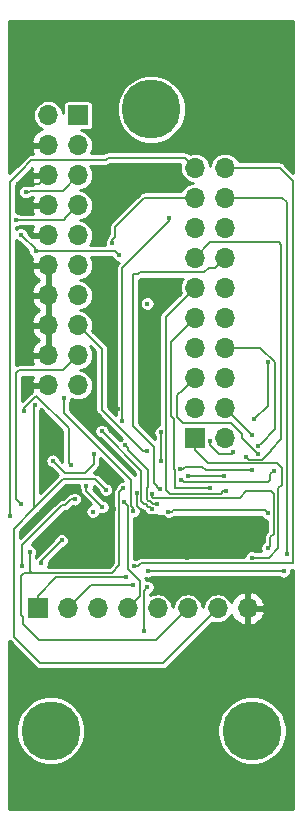
<source format=gbr>
G04 #@! TF.GenerationSoftware,KiCad,Pcbnew,(5.1.2)-1*
G04 #@! TF.CreationDate,2022-05-17T10:22:14-05:00*
G04 #@! TF.ProjectId,jtag_gpio_breakout,6a746167-5f67-4706-996f-5f627265616b,rev?*
G04 #@! TF.SameCoordinates,Original*
G04 #@! TF.FileFunction,Copper,L2,Bot*
G04 #@! TF.FilePolarity,Positive*
%FSLAX46Y46*%
G04 Gerber Fmt 4.6, Leading zero omitted, Abs format (unit mm)*
G04 Created by KiCad (PCBNEW (5.1.2)-1) date 2022-05-17 10:22:14*
%MOMM*%
%LPD*%
G04 APERTURE LIST*
%ADD10C,5.000000*%
%ADD11R,1.700000X1.700000*%
%ADD12O,1.700000X1.700000*%
%ADD13C,0.406400*%
%ADD14C,0.203200*%
%ADD15C,0.254000*%
G04 APERTURE END LIST*
D10*
X132973999Y-146800000D03*
X141500000Y-94200000D03*
X150026001Y-146800000D03*
D11*
X135300000Y-94700000D03*
D12*
X132760000Y-94700000D03*
X135300000Y-97240000D03*
X132760000Y-97240000D03*
X135300000Y-99780000D03*
X132760000Y-99780000D03*
X135300000Y-102320000D03*
X132760000Y-102320000D03*
X135300000Y-104860000D03*
X132760000Y-104860000D03*
X135300000Y-107400000D03*
X132760000Y-107400000D03*
X135300000Y-109940000D03*
X132760000Y-109940000D03*
X135300000Y-112480000D03*
X132760000Y-112480000D03*
X135300000Y-115020000D03*
X132760000Y-115020000D03*
X135300000Y-117560000D03*
X132760000Y-117560000D03*
D11*
X131870000Y-136450000D03*
D12*
X134410000Y-136450000D03*
X136950000Y-136450000D03*
X139490000Y-136450000D03*
X142030000Y-136450000D03*
X144570000Y-136450000D03*
X147110000Y-136450000D03*
X149650000Y-136450000D03*
X147730000Y-99140000D03*
X145190000Y-99140000D03*
X147730000Y-101680000D03*
X145190000Y-101680000D03*
X147730000Y-104220000D03*
X145190000Y-104220000D03*
X147730000Y-106760000D03*
X145190000Y-106760000D03*
X147730000Y-109300000D03*
X145190000Y-109300000D03*
X147730000Y-111840000D03*
X145190000Y-111840000D03*
X147730000Y-114380000D03*
X145190000Y-114380000D03*
X147730000Y-116920000D03*
X145190000Y-116920000D03*
X147730000Y-119460000D03*
X145190000Y-119460000D03*
X147730000Y-122000000D03*
D11*
X145190000Y-122000000D03*
D13*
X150550000Y-123350000D03*
X146500000Y-126300000D03*
X147850000Y-126550000D03*
X139950000Y-134500000D03*
X139100000Y-126300000D03*
X131200000Y-131650000D03*
X130450000Y-127600000D03*
X141100000Y-123150000D03*
X139969000Y-128200000D03*
X134100000Y-118650000D03*
X134700000Y-124350000D03*
X130750000Y-119700000D03*
X130050000Y-103550000D03*
X137650000Y-126400000D03*
X131650000Y-119200000D03*
X130850000Y-101200000D03*
X139150000Y-127450000D03*
X139350000Y-133800000D03*
X140050000Y-132900000D03*
X141200000Y-133300000D03*
X152700000Y-133300000D03*
X152950000Y-131850000D03*
X144600000Y-125200000D03*
X150050000Y-121750000D03*
X147650000Y-125200000D03*
X129500000Y-128600000D03*
X130550000Y-132850000D03*
X135000000Y-127200000D03*
X141550000Y-128050000D03*
X137300000Y-121450000D03*
X138200000Y-105550000D03*
X137350000Y-127850000D03*
X136000000Y-126050000D03*
X149550000Y-123650000D03*
X150000000Y-132150000D03*
X136650000Y-123400000D03*
X133150000Y-123950000D03*
X151350000Y-131350000D03*
X141550000Y-126750000D03*
X143000000Y-103400000D03*
X139050000Y-120550000D03*
X139300000Y-122650000D03*
X141950000Y-127600000D03*
X142200000Y-126350000D03*
X142950000Y-128250000D03*
X151350000Y-128400000D03*
X144050000Y-125550000D03*
X151850000Y-124800000D03*
X143900000Y-124650000D03*
X150050000Y-124750000D03*
X150500000Y-122700000D03*
X142300000Y-123950000D03*
X142300000Y-121550000D03*
X146450000Y-122300000D03*
X148400000Y-123250000D03*
X150200000Y-120450000D03*
X151350000Y-115550000D03*
X133900000Y-130700000D03*
X141150000Y-134650000D03*
X140850000Y-138400000D03*
X136550000Y-128250000D03*
X132200000Y-132600000D03*
X131700000Y-106200000D03*
X130450000Y-104800000D03*
X141150000Y-110650000D03*
X138800000Y-106550000D03*
X138300000Y-128050000D03*
X139350000Y-100500000D03*
X144550000Y-132150000D03*
X150650000Y-131500000D03*
X130150000Y-97950000D03*
X130200000Y-100550000D03*
X131450000Y-104900000D03*
X138550000Y-97100000D03*
X141400000Y-113500000D03*
X138650000Y-119550000D03*
X135950000Y-120250000D03*
X134850000Y-119400000D03*
X136900000Y-125100000D03*
X136750000Y-126400000D03*
X133150000Y-125150000D03*
X132550000Y-120350000D03*
X140250000Y-126650000D03*
D14*
X143700000Y-118400000D02*
X144150000Y-117950000D01*
X144160000Y-117950000D02*
X145190000Y-116920000D01*
X143700000Y-120250000D02*
X143700000Y-118400000D01*
X150550000Y-123350000D02*
X149200000Y-122000000D01*
X144150000Y-117950000D02*
X144160000Y-117950000D01*
X149200000Y-122000000D02*
X149200000Y-121700000D01*
X149200000Y-121700000D02*
X148300000Y-120800000D01*
X148300000Y-120750000D02*
X144200000Y-120750000D01*
X148300000Y-120800000D02*
X148300000Y-120750000D01*
X144200000Y-120750000D02*
X143700000Y-120250000D01*
X146500000Y-126300000D02*
X143500000Y-126300000D01*
X143150000Y-113880000D02*
X145190000Y-111840000D01*
X143150000Y-120150000D02*
X143150000Y-113880000D01*
X143420590Y-120420590D02*
X143150000Y-120150000D01*
X143420590Y-124620590D02*
X143420590Y-120420590D01*
X143500000Y-124700000D02*
X143420590Y-124620590D01*
X143500000Y-126300000D02*
X143500000Y-124700000D01*
X147562632Y-126550000D02*
X147850000Y-126550000D01*
X147362632Y-126750000D02*
X147562632Y-126550000D01*
X143050000Y-126750000D02*
X147362632Y-126750000D01*
X142700000Y-126400000D02*
X143050000Y-126750000D01*
X142700000Y-111790000D02*
X142700000Y-126400000D01*
X145190000Y-109300000D02*
X142700000Y-111790000D01*
X136360000Y-134500000D02*
X134410000Y-136450000D01*
X139950000Y-134500000D02*
X136360000Y-134500000D01*
X141870000Y-139150000D02*
X144570000Y-136450000D01*
X132000000Y-139150000D02*
X141870000Y-139150000D01*
X130600000Y-137750000D02*
X132000000Y-139150000D01*
X130600000Y-137200042D02*
X130600000Y-137750000D01*
X130450000Y-137050042D02*
X130600000Y-137200042D01*
X138768999Y-126631001D02*
X138768999Y-132818999D01*
X139100000Y-126300000D02*
X138768999Y-126631001D01*
X138768999Y-132818999D02*
X138137998Y-133450000D01*
X130700000Y-133450000D02*
X130450000Y-133700000D01*
X130450000Y-133700000D02*
X130450000Y-137050042D01*
X131200000Y-133250000D02*
X131400000Y-133450000D01*
X131200000Y-131650000D02*
X131200000Y-133250000D01*
X138137998Y-133450000D02*
X131400000Y-133450000D01*
X131400000Y-133450000D02*
X130700000Y-133450000D01*
X130050000Y-116550000D02*
X130050000Y-126200000D01*
X130300000Y-116300000D02*
X130050000Y-116550000D01*
X135300000Y-115020000D02*
X134020000Y-116300000D01*
X134020000Y-116300000D02*
X130300000Y-116300000D01*
X130050000Y-126200000D02*
X130050000Y-127200000D01*
X130050000Y-127200000D02*
X130450000Y-127600000D01*
X140812632Y-123150000D02*
X137300000Y-119637368D01*
X141100000Y-123150000D02*
X140812632Y-123150000D01*
X137300000Y-114480000D02*
X135300000Y-112480000D01*
X137300000Y-119637368D02*
X137300000Y-114480000D01*
X139969000Y-127912632D02*
X139969000Y-128200000D01*
X139800000Y-127743632D02*
X139969000Y-127912632D01*
X139800000Y-125600000D02*
X139800000Y-127743632D01*
X134100000Y-119900000D02*
X139800000Y-125600000D01*
X134100000Y-118650000D02*
X134100000Y-119900000D01*
X134496801Y-124146801D02*
X134496801Y-121196801D01*
X134700000Y-124350000D02*
X134496801Y-124146801D01*
X134496801Y-121196801D02*
X131750000Y-118450000D01*
X131750000Y-118450000D02*
X130750000Y-119450000D01*
X130750000Y-119450000D02*
X130750000Y-119700000D01*
X134070000Y-103550000D02*
X134310000Y-103310000D01*
X130050000Y-103550000D02*
X134070000Y-103550000D01*
X134310000Y-103310000D02*
X135300000Y-102320000D01*
X147110000Y-136450000D02*
X142510000Y-141050000D01*
X142510000Y-141050000D02*
X132050000Y-141050000D01*
X132050000Y-141050000D02*
X129850000Y-138850000D01*
X129850000Y-138850000D02*
X129850000Y-129700000D01*
X136750000Y-125500000D02*
X136700000Y-125500000D01*
X137650000Y-126400000D02*
X136750000Y-125500000D01*
X134050000Y-125500000D02*
X136700000Y-125500000D01*
X131575000Y-119275000D02*
X131650000Y-119200000D01*
X131575000Y-127975000D02*
X131575000Y-119275000D01*
X131575000Y-127975000D02*
X134050000Y-125500000D01*
X129850000Y-129700000D02*
X131575000Y-127975000D01*
X131137368Y-101200000D02*
X131237368Y-101100000D01*
X130850000Y-101200000D02*
X131137368Y-101200000D01*
X133980000Y-101100000D02*
X135300000Y-99780000D01*
X131237368Y-101100000D02*
X133980000Y-101100000D01*
X139500000Y-127800000D02*
X139150000Y-127450000D01*
X139500000Y-133100000D02*
X139500000Y-127800000D01*
X140500000Y-134100000D02*
X139500000Y-133100000D01*
X139490000Y-136450000D02*
X140500000Y-135440000D01*
X140500000Y-135440000D02*
X140500000Y-134100000D01*
X131870000Y-135396800D02*
X131870000Y-136450000D01*
X133466800Y-133800000D02*
X131870000Y-135396800D01*
X139350000Y-133800000D02*
X133466800Y-133800000D01*
X147730000Y-99140000D02*
X152360000Y-99140000D01*
X152360000Y-99140000D02*
X153500000Y-100280000D01*
X153500000Y-100280000D02*
X153500000Y-132600000D01*
X140337368Y-132900000D02*
X140587368Y-132650000D01*
X140050000Y-132900000D02*
X140337368Y-132900000D01*
X153450000Y-132650000D02*
X153500000Y-132600000D01*
X140587368Y-132650000D02*
X153450000Y-132650000D01*
X141200000Y-133300000D02*
X152700000Y-133300000D01*
X152580000Y-101680000D02*
X147730000Y-101680000D01*
X152950000Y-131850000D02*
X152950000Y-102050000D01*
X152950000Y-102050000D02*
X152580000Y-101680000D01*
X147760000Y-119460000D02*
X147730000Y-119460000D01*
X150050000Y-121750000D02*
X147760000Y-119460000D01*
X144600000Y-125200000D02*
X144887368Y-125200000D01*
X144887368Y-125200000D02*
X147650000Y-125200000D01*
X144340001Y-98290001D02*
X137809999Y-98290001D01*
X145190000Y-99140000D02*
X144340001Y-98290001D01*
X137809999Y-98290001D02*
X137650000Y-98450000D01*
X137650000Y-98450000D02*
X136400000Y-98450000D01*
X136400000Y-98450000D02*
X136350000Y-98500000D01*
X136350000Y-98500000D02*
X131350000Y-98500000D01*
X131350000Y-98500000D02*
X130468999Y-99381001D01*
X130468999Y-99381001D02*
X129500000Y-100350000D01*
X129500000Y-100350000D02*
X129500000Y-102950000D01*
X129500000Y-102950000D02*
X129500000Y-120550000D01*
X129500000Y-120550000D02*
X129500000Y-128600000D01*
X130550000Y-131100000D02*
X133950000Y-127700000D01*
X130550000Y-132850000D02*
X130550000Y-131100000D01*
X133950000Y-127700000D02*
X134050000Y-127700000D01*
X134212632Y-127700000D02*
X133950000Y-127700000D01*
X134712632Y-127200000D02*
X134212632Y-127700000D01*
X135000000Y-127200000D02*
X134712632Y-127200000D01*
X141346801Y-127846801D02*
X141246801Y-127846801D01*
X141550000Y-128050000D02*
X141346801Y-127846801D01*
X141246801Y-127846801D02*
X141050000Y-127650000D01*
X141050000Y-127650000D02*
X140900000Y-127650000D01*
X140900000Y-127650000D02*
X140650000Y-127400000D01*
X140650000Y-127400000D02*
X140650000Y-124800000D01*
X140650000Y-124800000D02*
X137300000Y-121450000D01*
X138200000Y-105262632D02*
X138450000Y-105012632D01*
X138200000Y-105550000D02*
X138200000Y-105262632D01*
X138450000Y-105012632D02*
X138450000Y-104150000D01*
X140920000Y-101680000D02*
X145190000Y-101680000D01*
X138450000Y-104150000D02*
X140920000Y-101680000D01*
X137350000Y-127850000D02*
X136000000Y-126500000D01*
X136000000Y-126500000D02*
X136000000Y-126050000D01*
X149753199Y-123853199D02*
X150896801Y-123853199D01*
X149550000Y-123650000D02*
X149753199Y-123853199D01*
X150896801Y-123853199D02*
X151600000Y-123150000D01*
X151600000Y-123150000D02*
X151600000Y-123000000D01*
X151600000Y-123000000D02*
X152500000Y-122100000D01*
X152500000Y-122100000D02*
X152500000Y-105650000D01*
X152300000Y-105450000D02*
X152500000Y-105650000D01*
X146500000Y-105450000D02*
X152300000Y-105450000D01*
X145190000Y-106760000D02*
X146500000Y-105450000D01*
X145190000Y-123053200D02*
X145190000Y-122000000D01*
X146286800Y-124150000D02*
X145190000Y-123053200D01*
X152100000Y-124150000D02*
X146286800Y-124150000D01*
X150000000Y-132150000D02*
X151450000Y-132150000D01*
X151450000Y-132150000D02*
X152250000Y-131350000D01*
X152250000Y-131350000D02*
X152250000Y-126300000D01*
X152250000Y-126300000D02*
X152550000Y-126000000D01*
X152550000Y-124600000D02*
X152100000Y-124150000D01*
X152550000Y-126000000D02*
X152550000Y-124600000D01*
X136650000Y-123400000D02*
X136650000Y-124200000D01*
X136650000Y-124200000D02*
X135900000Y-124950000D01*
X135900000Y-124950000D02*
X134150000Y-124950000D01*
X134150000Y-124950000D02*
X133150000Y-123950000D01*
X151553199Y-131146801D02*
X151350000Y-131350000D01*
X151553199Y-130446801D02*
X151553199Y-131146801D01*
X151850000Y-130150000D02*
X151553199Y-130446801D01*
X151850000Y-126750000D02*
X151850000Y-130150000D01*
X141550000Y-126750000D02*
X141550000Y-127037368D01*
X141550000Y-127037368D02*
X141612632Y-127100000D01*
X141612632Y-127100000D02*
X149000000Y-127100000D01*
X149000000Y-127100000D02*
X149550000Y-126550000D01*
X149550000Y-126550000D02*
X151650000Y-126550000D01*
X151650000Y-126550000D02*
X151850000Y-126750000D01*
X143000000Y-103687368D02*
X139050000Y-107637368D01*
X143000000Y-103400000D02*
X143000000Y-103687368D01*
X139050000Y-107637368D02*
X139050000Y-120250000D01*
X139050000Y-120250000D02*
X139050000Y-120550000D01*
X139503199Y-122853199D02*
X139503199Y-123003199D01*
X139300000Y-122650000D02*
X139503199Y-122853199D01*
X139503199Y-123003199D02*
X141250000Y-124750000D01*
X141250000Y-124750000D02*
X141250000Y-126150000D01*
X141662632Y-127600000D02*
X141412632Y-127350000D01*
X141950000Y-127600000D02*
X141662632Y-127600000D01*
X141412632Y-127350000D02*
X141250000Y-127350000D01*
X141250000Y-127350000D02*
X141100000Y-127200000D01*
X141100000Y-126300000D02*
X141250000Y-126150000D01*
X141100000Y-127200000D02*
X141100000Y-126300000D01*
X146880001Y-107609999D02*
X146390001Y-107609999D01*
X147730000Y-106760000D02*
X146880001Y-107609999D01*
X146390001Y-107609999D02*
X146000000Y-108000000D01*
X139950000Y-108150000D02*
X139950000Y-121000000D01*
X139950000Y-121000000D02*
X141750000Y-122800000D01*
X140350000Y-108150000D02*
X140500000Y-108000000D01*
X139950000Y-108150000D02*
X140350000Y-108150000D01*
X146000000Y-108000000D02*
X140500000Y-108000000D01*
X141996801Y-126096801D02*
X141750000Y-125850000D01*
X141996801Y-126146801D02*
X141996801Y-126096801D01*
X142200000Y-126350000D02*
X141996801Y-126146801D01*
X141750000Y-122800000D02*
X141750000Y-125850000D01*
X143237368Y-128250000D02*
X143337368Y-128150000D01*
X142950000Y-128250000D02*
X143237368Y-128250000D01*
X143337368Y-128150000D02*
X148650000Y-128150000D01*
X148650000Y-128150000D02*
X151100000Y-128150000D01*
X151100000Y-128150000D02*
X151350000Y-128400000D01*
X144253199Y-125753199D02*
X144050000Y-125550000D01*
X151346801Y-125753199D02*
X144253199Y-125753199D01*
X151546801Y-125553199D02*
X151346801Y-125753199D01*
X151546801Y-125103199D02*
X151546801Y-125553199D01*
X151850000Y-124800000D02*
X151546801Y-125103199D01*
X144187368Y-124650000D02*
X144387368Y-124450000D01*
X143900000Y-124650000D02*
X144187368Y-124650000D01*
X144387368Y-124450000D02*
X145800000Y-124450000D01*
X145800000Y-124450000D02*
X146100000Y-124750000D01*
X146100000Y-124750000D02*
X149400000Y-124750000D01*
X149400000Y-124750000D02*
X150050000Y-124750000D01*
X150703199Y-122496801D02*
X150753199Y-122496801D01*
X150500000Y-122700000D02*
X150703199Y-122496801D01*
X150753199Y-122496801D02*
X151950000Y-121300000D01*
X151950000Y-121300000D02*
X151950000Y-115600000D01*
X150730000Y-114380000D02*
X147730000Y-114380000D01*
X151950000Y-115600000D02*
X150730000Y-114380000D01*
X142300000Y-123950000D02*
X142300000Y-121550000D01*
X146450000Y-122587368D02*
X147212632Y-123350000D01*
X146450000Y-122300000D02*
X146450000Y-122587368D01*
X147212632Y-123350000D02*
X148300000Y-123350000D01*
X148300000Y-123350000D02*
X148400000Y-123250000D01*
X150200000Y-120450000D02*
X151350000Y-119300000D01*
X151350000Y-119300000D02*
X151350000Y-115550000D01*
X141150000Y-134650000D02*
X140850000Y-134950000D01*
X140850000Y-134950000D02*
X140850000Y-138400000D01*
X133900000Y-130700000D02*
X132200000Y-132400000D01*
X132200000Y-132400000D02*
X132200000Y-132600000D01*
X131700000Y-106200000D02*
X131700000Y-106050000D01*
X131700000Y-106050000D02*
X130450000Y-104800000D01*
X138450000Y-106200000D02*
X131700000Y-106200000D01*
X138800000Y-106550000D02*
X138450000Y-106200000D01*
X144550000Y-132150000D02*
X149150000Y-132150000D01*
X149150000Y-132150000D02*
X149800000Y-131500000D01*
X149800000Y-131500000D02*
X150650000Y-131500000D01*
X132760000Y-97240000D02*
X130860000Y-97240000D01*
X130860000Y-97240000D02*
X130150000Y-97950000D01*
X131990000Y-100550000D02*
X132760000Y-99780000D01*
X130200000Y-100550000D02*
X131990000Y-100550000D01*
X132760000Y-104860000D02*
X131490000Y-104860000D01*
X131490000Y-104860000D02*
X131450000Y-104900000D01*
X135950000Y-120250000D02*
X135700000Y-120250000D01*
X135700000Y-120250000D02*
X134850000Y-119400000D01*
X138300000Y-128050000D02*
X138300000Y-125350000D01*
X138300000Y-125350000D02*
X138050000Y-125100000D01*
X138050000Y-125100000D02*
X136900000Y-125100000D01*
X133150000Y-124862632D02*
X132550000Y-124262632D01*
X133150000Y-125150000D02*
X133150000Y-124862632D01*
X132550000Y-124262632D02*
X132550000Y-120350000D01*
X142050000Y-128586118D02*
X141036118Y-128586118D01*
X141036118Y-128586118D02*
X140250000Y-127800000D01*
X140250000Y-127800000D02*
X140250000Y-126650000D01*
D15*
G36*
X153523000Y-153413000D02*
G01*
X129477000Y-153413000D01*
X129477000Y-146511716D01*
X130046999Y-146511716D01*
X130046999Y-147088284D01*
X130159481Y-147653775D01*
X130380125Y-148186455D01*
X130700449Y-148665854D01*
X131108145Y-149073550D01*
X131587544Y-149393874D01*
X132120224Y-149614518D01*
X132685715Y-149727000D01*
X133262283Y-149727000D01*
X133827774Y-149614518D01*
X134360454Y-149393874D01*
X134839853Y-149073550D01*
X135247549Y-148665854D01*
X135567873Y-148186455D01*
X135788517Y-147653775D01*
X135900999Y-147088284D01*
X135900999Y-146511716D01*
X147099001Y-146511716D01*
X147099001Y-147088284D01*
X147211483Y-147653775D01*
X147432127Y-148186455D01*
X147752451Y-148665854D01*
X148160147Y-149073550D01*
X148639546Y-149393874D01*
X149172226Y-149614518D01*
X149737717Y-149727000D01*
X150314285Y-149727000D01*
X150879776Y-149614518D01*
X151412456Y-149393874D01*
X151891855Y-149073550D01*
X152299551Y-148665854D01*
X152619875Y-148186455D01*
X152840519Y-147653775D01*
X152953001Y-147088284D01*
X152953001Y-146511716D01*
X152840519Y-145946225D01*
X152619875Y-145413545D01*
X152299551Y-144934146D01*
X151891855Y-144526450D01*
X151412456Y-144206126D01*
X150879776Y-143985482D01*
X150314285Y-143873000D01*
X149737717Y-143873000D01*
X149172226Y-143985482D01*
X148639546Y-144206126D01*
X148160147Y-144526450D01*
X147752451Y-144934146D01*
X147432127Y-145413545D01*
X147211483Y-145946225D01*
X147099001Y-146511716D01*
X135900999Y-146511716D01*
X135788517Y-145946225D01*
X135567873Y-145413545D01*
X135247549Y-144934146D01*
X134839853Y-144526450D01*
X134360454Y-144206126D01*
X133827774Y-143985482D01*
X133262283Y-143873000D01*
X132685715Y-143873000D01*
X132120224Y-143985482D01*
X131587544Y-144206126D01*
X131108145Y-144526450D01*
X130700449Y-144934146D01*
X130380125Y-145413545D01*
X130159481Y-145946225D01*
X130046999Y-146511716D01*
X129477000Y-146511716D01*
X129477000Y-139227706D01*
X129494590Y-139242142D01*
X131657862Y-141405415D01*
X131674415Y-141425585D01*
X131754905Y-141491641D01*
X131846735Y-141540725D01*
X131946376Y-141570951D01*
X132050000Y-141581157D01*
X132075962Y-141578600D01*
X142484038Y-141578600D01*
X142510000Y-141581157D01*
X142535962Y-141578600D01*
X142613624Y-141570951D01*
X142713265Y-141540725D01*
X142805095Y-141491641D01*
X142885585Y-141425585D01*
X142902142Y-141405410D01*
X146659692Y-137647861D01*
X146859664Y-137708522D01*
X147047274Y-137727000D01*
X147172726Y-137727000D01*
X147360336Y-137708522D01*
X147601051Y-137635502D01*
X147822896Y-137516924D01*
X148017344Y-137357344D01*
X148176924Y-137162896D01*
X148271824Y-136985350D01*
X148305843Y-137081252D01*
X148454822Y-137331355D01*
X148649731Y-137547588D01*
X148883080Y-137721641D01*
X149145901Y-137846825D01*
X149293110Y-137891476D01*
X149523000Y-137770155D01*
X149523000Y-136577000D01*
X149777000Y-136577000D01*
X149777000Y-137770155D01*
X150006890Y-137891476D01*
X150154099Y-137846825D01*
X150416920Y-137721641D01*
X150650269Y-137547588D01*
X150845178Y-137331355D01*
X150994157Y-137081252D01*
X151091481Y-136806891D01*
X150970814Y-136577000D01*
X149777000Y-136577000D01*
X149523000Y-136577000D01*
X149503000Y-136577000D01*
X149503000Y-136323000D01*
X149523000Y-136323000D01*
X149523000Y-135129845D01*
X149777000Y-135129845D01*
X149777000Y-136323000D01*
X150970814Y-136323000D01*
X151091481Y-136093109D01*
X150994157Y-135818748D01*
X150845178Y-135568645D01*
X150650269Y-135352412D01*
X150416920Y-135178359D01*
X150154099Y-135053175D01*
X150006890Y-135008524D01*
X149777000Y-135129845D01*
X149523000Y-135129845D01*
X149293110Y-135008524D01*
X149145901Y-135053175D01*
X148883080Y-135178359D01*
X148649731Y-135352412D01*
X148454822Y-135568645D01*
X148305843Y-135818748D01*
X148271824Y-135914650D01*
X148176924Y-135737104D01*
X148017344Y-135542656D01*
X147822896Y-135383076D01*
X147601051Y-135264498D01*
X147360336Y-135191478D01*
X147172726Y-135173000D01*
X147047274Y-135173000D01*
X146859664Y-135191478D01*
X146618949Y-135264498D01*
X146397104Y-135383076D01*
X146202656Y-135542656D01*
X146043076Y-135737104D01*
X145924498Y-135958949D01*
X145851478Y-136199664D01*
X145840000Y-136316202D01*
X145828522Y-136199664D01*
X145755502Y-135958949D01*
X145636924Y-135737104D01*
X145477344Y-135542656D01*
X145282896Y-135383076D01*
X145061051Y-135264498D01*
X144820336Y-135191478D01*
X144632726Y-135173000D01*
X144507274Y-135173000D01*
X144319664Y-135191478D01*
X144078949Y-135264498D01*
X143857104Y-135383076D01*
X143662656Y-135542656D01*
X143503076Y-135737104D01*
X143384498Y-135958949D01*
X143311478Y-136199664D01*
X143300000Y-136316202D01*
X143288522Y-136199664D01*
X143215502Y-135958949D01*
X143096924Y-135737104D01*
X142937344Y-135542656D01*
X142742896Y-135383076D01*
X142521051Y-135264498D01*
X142280336Y-135191478D01*
X142092726Y-135173000D01*
X141967274Y-135173000D01*
X141779664Y-135191478D01*
X141538949Y-135264498D01*
X141378600Y-135350206D01*
X141378600Y-135237434D01*
X141448512Y-135208476D01*
X141551729Y-135139508D01*
X141639508Y-135051729D01*
X141708476Y-134948512D01*
X141755982Y-134833822D01*
X141780200Y-134712069D01*
X141780200Y-134587931D01*
X141755982Y-134466178D01*
X141708476Y-134351488D01*
X141639508Y-134248271D01*
X141551729Y-134160492D01*
X141448512Y-134091524D01*
X141333822Y-134044018D01*
X141212069Y-134019800D01*
X141087931Y-134019800D01*
X141024501Y-134032417D01*
X141020951Y-133996376D01*
X140990725Y-133896735D01*
X140989835Y-133895071D01*
X141016178Y-133905982D01*
X141137931Y-133930200D01*
X141262069Y-133930200D01*
X141383822Y-133905982D01*
X141498512Y-133858476D01*
X141543224Y-133828600D01*
X152356776Y-133828600D01*
X152401488Y-133858476D01*
X152516178Y-133905982D01*
X152637931Y-133930200D01*
X152762069Y-133930200D01*
X152883822Y-133905982D01*
X152998512Y-133858476D01*
X153101729Y-133789508D01*
X153189508Y-133701729D01*
X153258476Y-133598512D01*
X153305982Y-133483822D01*
X153330200Y-133362069D01*
X153330200Y-133237931D01*
X153318398Y-133178600D01*
X153424038Y-133178600D01*
X153450000Y-133181157D01*
X153475962Y-133178600D01*
X153523000Y-133173967D01*
X153523000Y-153413000D01*
X153523000Y-153413000D01*
G37*
X153523000Y-153413000D02*
X129477000Y-153413000D01*
X129477000Y-146511716D01*
X130046999Y-146511716D01*
X130046999Y-147088284D01*
X130159481Y-147653775D01*
X130380125Y-148186455D01*
X130700449Y-148665854D01*
X131108145Y-149073550D01*
X131587544Y-149393874D01*
X132120224Y-149614518D01*
X132685715Y-149727000D01*
X133262283Y-149727000D01*
X133827774Y-149614518D01*
X134360454Y-149393874D01*
X134839853Y-149073550D01*
X135247549Y-148665854D01*
X135567873Y-148186455D01*
X135788517Y-147653775D01*
X135900999Y-147088284D01*
X135900999Y-146511716D01*
X147099001Y-146511716D01*
X147099001Y-147088284D01*
X147211483Y-147653775D01*
X147432127Y-148186455D01*
X147752451Y-148665854D01*
X148160147Y-149073550D01*
X148639546Y-149393874D01*
X149172226Y-149614518D01*
X149737717Y-149727000D01*
X150314285Y-149727000D01*
X150879776Y-149614518D01*
X151412456Y-149393874D01*
X151891855Y-149073550D01*
X152299551Y-148665854D01*
X152619875Y-148186455D01*
X152840519Y-147653775D01*
X152953001Y-147088284D01*
X152953001Y-146511716D01*
X152840519Y-145946225D01*
X152619875Y-145413545D01*
X152299551Y-144934146D01*
X151891855Y-144526450D01*
X151412456Y-144206126D01*
X150879776Y-143985482D01*
X150314285Y-143873000D01*
X149737717Y-143873000D01*
X149172226Y-143985482D01*
X148639546Y-144206126D01*
X148160147Y-144526450D01*
X147752451Y-144934146D01*
X147432127Y-145413545D01*
X147211483Y-145946225D01*
X147099001Y-146511716D01*
X135900999Y-146511716D01*
X135788517Y-145946225D01*
X135567873Y-145413545D01*
X135247549Y-144934146D01*
X134839853Y-144526450D01*
X134360454Y-144206126D01*
X133827774Y-143985482D01*
X133262283Y-143873000D01*
X132685715Y-143873000D01*
X132120224Y-143985482D01*
X131587544Y-144206126D01*
X131108145Y-144526450D01*
X130700449Y-144934146D01*
X130380125Y-145413545D01*
X130159481Y-145946225D01*
X130046999Y-146511716D01*
X129477000Y-146511716D01*
X129477000Y-139227706D01*
X129494590Y-139242142D01*
X131657862Y-141405415D01*
X131674415Y-141425585D01*
X131754905Y-141491641D01*
X131846735Y-141540725D01*
X131946376Y-141570951D01*
X132050000Y-141581157D01*
X132075962Y-141578600D01*
X142484038Y-141578600D01*
X142510000Y-141581157D01*
X142535962Y-141578600D01*
X142613624Y-141570951D01*
X142713265Y-141540725D01*
X142805095Y-141491641D01*
X142885585Y-141425585D01*
X142902142Y-141405410D01*
X146659692Y-137647861D01*
X146859664Y-137708522D01*
X147047274Y-137727000D01*
X147172726Y-137727000D01*
X147360336Y-137708522D01*
X147601051Y-137635502D01*
X147822896Y-137516924D01*
X148017344Y-137357344D01*
X148176924Y-137162896D01*
X148271824Y-136985350D01*
X148305843Y-137081252D01*
X148454822Y-137331355D01*
X148649731Y-137547588D01*
X148883080Y-137721641D01*
X149145901Y-137846825D01*
X149293110Y-137891476D01*
X149523000Y-137770155D01*
X149523000Y-136577000D01*
X149777000Y-136577000D01*
X149777000Y-137770155D01*
X150006890Y-137891476D01*
X150154099Y-137846825D01*
X150416920Y-137721641D01*
X150650269Y-137547588D01*
X150845178Y-137331355D01*
X150994157Y-137081252D01*
X151091481Y-136806891D01*
X150970814Y-136577000D01*
X149777000Y-136577000D01*
X149523000Y-136577000D01*
X149503000Y-136577000D01*
X149503000Y-136323000D01*
X149523000Y-136323000D01*
X149523000Y-135129845D01*
X149777000Y-135129845D01*
X149777000Y-136323000D01*
X150970814Y-136323000D01*
X151091481Y-136093109D01*
X150994157Y-135818748D01*
X150845178Y-135568645D01*
X150650269Y-135352412D01*
X150416920Y-135178359D01*
X150154099Y-135053175D01*
X150006890Y-135008524D01*
X149777000Y-135129845D01*
X149523000Y-135129845D01*
X149293110Y-135008524D01*
X149145901Y-135053175D01*
X148883080Y-135178359D01*
X148649731Y-135352412D01*
X148454822Y-135568645D01*
X148305843Y-135818748D01*
X148271824Y-135914650D01*
X148176924Y-135737104D01*
X148017344Y-135542656D01*
X147822896Y-135383076D01*
X147601051Y-135264498D01*
X147360336Y-135191478D01*
X147172726Y-135173000D01*
X147047274Y-135173000D01*
X146859664Y-135191478D01*
X146618949Y-135264498D01*
X146397104Y-135383076D01*
X146202656Y-135542656D01*
X146043076Y-135737104D01*
X145924498Y-135958949D01*
X145851478Y-136199664D01*
X145840000Y-136316202D01*
X145828522Y-136199664D01*
X145755502Y-135958949D01*
X145636924Y-135737104D01*
X145477344Y-135542656D01*
X145282896Y-135383076D01*
X145061051Y-135264498D01*
X144820336Y-135191478D01*
X144632726Y-135173000D01*
X144507274Y-135173000D01*
X144319664Y-135191478D01*
X144078949Y-135264498D01*
X143857104Y-135383076D01*
X143662656Y-135542656D01*
X143503076Y-135737104D01*
X143384498Y-135958949D01*
X143311478Y-136199664D01*
X143300000Y-136316202D01*
X143288522Y-136199664D01*
X143215502Y-135958949D01*
X143096924Y-135737104D01*
X142937344Y-135542656D01*
X142742896Y-135383076D01*
X142521051Y-135264498D01*
X142280336Y-135191478D01*
X142092726Y-135173000D01*
X141967274Y-135173000D01*
X141779664Y-135191478D01*
X141538949Y-135264498D01*
X141378600Y-135350206D01*
X141378600Y-135237434D01*
X141448512Y-135208476D01*
X141551729Y-135139508D01*
X141639508Y-135051729D01*
X141708476Y-134948512D01*
X141755982Y-134833822D01*
X141780200Y-134712069D01*
X141780200Y-134587931D01*
X141755982Y-134466178D01*
X141708476Y-134351488D01*
X141639508Y-134248271D01*
X141551729Y-134160492D01*
X141448512Y-134091524D01*
X141333822Y-134044018D01*
X141212069Y-134019800D01*
X141087931Y-134019800D01*
X141024501Y-134032417D01*
X141020951Y-133996376D01*
X140990725Y-133896735D01*
X140989835Y-133895071D01*
X141016178Y-133905982D01*
X141137931Y-133930200D01*
X141262069Y-133930200D01*
X141383822Y-133905982D01*
X141498512Y-133858476D01*
X141543224Y-133828600D01*
X152356776Y-133828600D01*
X152401488Y-133858476D01*
X152516178Y-133905982D01*
X152637931Y-133930200D01*
X152762069Y-133930200D01*
X152883822Y-133905982D01*
X152998512Y-133858476D01*
X153101729Y-133789508D01*
X153189508Y-133701729D01*
X153258476Y-133598512D01*
X153305982Y-133483822D01*
X153330200Y-133362069D01*
X153330200Y-133237931D01*
X153318398Y-133178600D01*
X153424038Y-133178600D01*
X153450000Y-133181157D01*
X153475962Y-133178600D01*
X153523000Y-133173967D01*
X153523000Y-153413000D01*
G36*
X135369800Y-126112069D02*
G01*
X135394018Y-126233822D01*
X135441524Y-126348512D01*
X135471400Y-126393224D01*
X135471400Y-126474038D01*
X135468843Y-126500000D01*
X135476629Y-126579049D01*
X135479049Y-126603623D01*
X135509275Y-126703264D01*
X135558359Y-126795095D01*
X135624415Y-126875585D01*
X135644590Y-126892142D01*
X136391440Y-127638993D01*
X136366178Y-127644018D01*
X136251488Y-127691524D01*
X136148271Y-127760492D01*
X136060492Y-127848271D01*
X135991524Y-127951488D01*
X135944018Y-128066178D01*
X135919800Y-128187931D01*
X135919800Y-128312069D01*
X135944018Y-128433822D01*
X135991524Y-128548512D01*
X136060492Y-128651729D01*
X136148271Y-128739508D01*
X136251488Y-128808476D01*
X136366178Y-128855982D01*
X136487931Y-128880200D01*
X136612069Y-128880200D01*
X136733822Y-128855982D01*
X136848512Y-128808476D01*
X136951729Y-128739508D01*
X137039508Y-128651729D01*
X137108476Y-128548512D01*
X137149640Y-128449132D01*
X137166178Y-128455982D01*
X137287931Y-128480200D01*
X137412069Y-128480200D01*
X137533822Y-128455982D01*
X137648512Y-128408476D01*
X137751729Y-128339508D01*
X137839508Y-128251729D01*
X137908476Y-128148512D01*
X137955982Y-128033822D01*
X137980200Y-127912069D01*
X137980200Y-127787931D01*
X137955982Y-127666178D01*
X137908476Y-127551488D01*
X137839508Y-127448271D01*
X137751729Y-127360492D01*
X137648512Y-127291524D01*
X137533822Y-127244018D01*
X137481080Y-127233527D01*
X136569485Y-126321933D01*
X136605982Y-126233822D01*
X136627598Y-126125150D01*
X137033527Y-126531080D01*
X137044018Y-126583822D01*
X137091524Y-126698512D01*
X137160492Y-126801729D01*
X137248271Y-126889508D01*
X137351488Y-126958476D01*
X137466178Y-127005982D01*
X137587931Y-127030200D01*
X137712069Y-127030200D01*
X137833822Y-127005982D01*
X137948512Y-126958476D01*
X138051729Y-126889508D01*
X138139508Y-126801729D01*
X138208476Y-126698512D01*
X138238279Y-126626560D01*
X138237842Y-126631001D01*
X138240399Y-126656963D01*
X138240400Y-132600045D01*
X137919046Y-132921400D01*
X132743183Y-132921400D01*
X132758476Y-132898512D01*
X132805982Y-132783822D01*
X132830200Y-132662069D01*
X132830200Y-132537931D01*
X132826786Y-132520766D01*
X134031080Y-131316473D01*
X134083822Y-131305982D01*
X134198512Y-131258476D01*
X134301729Y-131189508D01*
X134389508Y-131101729D01*
X134458476Y-130998512D01*
X134505982Y-130883822D01*
X134530200Y-130762069D01*
X134530200Y-130637931D01*
X134505982Y-130516178D01*
X134458476Y-130401488D01*
X134389508Y-130298271D01*
X134301729Y-130210492D01*
X134198512Y-130141524D01*
X134083822Y-130094018D01*
X133962069Y-130069800D01*
X133837931Y-130069800D01*
X133716178Y-130094018D01*
X133601488Y-130141524D01*
X133498271Y-130210492D01*
X133410492Y-130298271D01*
X133341524Y-130401488D01*
X133294018Y-130516178D01*
X133283527Y-130568920D01*
X131844590Y-132007858D01*
X131824415Y-132024415D01*
X131758359Y-132104905D01*
X131735051Y-132148512D01*
X131728600Y-132160581D01*
X131728600Y-131993224D01*
X131758476Y-131948512D01*
X131805982Y-131833822D01*
X131830200Y-131712069D01*
X131830200Y-131587931D01*
X131805982Y-131466178D01*
X131758476Y-131351488D01*
X131689508Y-131248271D01*
X131601729Y-131160492D01*
X131498512Y-131091524D01*
X131383822Y-131044018D01*
X131358559Y-131038993D01*
X134168953Y-128228600D01*
X134186670Y-128228600D01*
X134212632Y-128231157D01*
X134238594Y-128228600D01*
X134316256Y-128220951D01*
X134415897Y-128190725D01*
X134507727Y-128141641D01*
X134588217Y-128075585D01*
X134604774Y-128055410D01*
X134847894Y-127812291D01*
X134937931Y-127830200D01*
X135062069Y-127830200D01*
X135183822Y-127805982D01*
X135298512Y-127758476D01*
X135401729Y-127689508D01*
X135489508Y-127601729D01*
X135558476Y-127498512D01*
X135605982Y-127383822D01*
X135630200Y-127262069D01*
X135630200Y-127137931D01*
X135605982Y-127016178D01*
X135558476Y-126901488D01*
X135489508Y-126798271D01*
X135401729Y-126710492D01*
X135298512Y-126641524D01*
X135183822Y-126594018D01*
X135062069Y-126569800D01*
X134937931Y-126569800D01*
X134816178Y-126594018D01*
X134701488Y-126641524D01*
X134651608Y-126674853D01*
X134609008Y-126679049D01*
X134509367Y-126709275D01*
X134417537Y-126758359D01*
X134337047Y-126824415D01*
X134320494Y-126844585D01*
X133993680Y-127171400D01*
X133975958Y-127171400D01*
X133949999Y-127168843D01*
X133924040Y-127171400D01*
X133924038Y-127171400D01*
X133846376Y-127179049D01*
X133746735Y-127209275D01*
X133654905Y-127258359D01*
X133574415Y-127324415D01*
X133557862Y-127344585D01*
X130378600Y-130523848D01*
X130378600Y-129918952D01*
X131930420Y-128367134D01*
X131950585Y-128350585D01*
X131967142Y-128330410D01*
X134268953Y-126028600D01*
X135369800Y-126028600D01*
X135369800Y-126112069D01*
X135369800Y-126112069D01*
G37*
X135369800Y-126112069D02*
X135394018Y-126233822D01*
X135441524Y-126348512D01*
X135471400Y-126393224D01*
X135471400Y-126474038D01*
X135468843Y-126500000D01*
X135476629Y-126579049D01*
X135479049Y-126603623D01*
X135509275Y-126703264D01*
X135558359Y-126795095D01*
X135624415Y-126875585D01*
X135644590Y-126892142D01*
X136391440Y-127638993D01*
X136366178Y-127644018D01*
X136251488Y-127691524D01*
X136148271Y-127760492D01*
X136060492Y-127848271D01*
X135991524Y-127951488D01*
X135944018Y-128066178D01*
X135919800Y-128187931D01*
X135919800Y-128312069D01*
X135944018Y-128433822D01*
X135991524Y-128548512D01*
X136060492Y-128651729D01*
X136148271Y-128739508D01*
X136251488Y-128808476D01*
X136366178Y-128855982D01*
X136487931Y-128880200D01*
X136612069Y-128880200D01*
X136733822Y-128855982D01*
X136848512Y-128808476D01*
X136951729Y-128739508D01*
X137039508Y-128651729D01*
X137108476Y-128548512D01*
X137149640Y-128449132D01*
X137166178Y-128455982D01*
X137287931Y-128480200D01*
X137412069Y-128480200D01*
X137533822Y-128455982D01*
X137648512Y-128408476D01*
X137751729Y-128339508D01*
X137839508Y-128251729D01*
X137908476Y-128148512D01*
X137955982Y-128033822D01*
X137980200Y-127912069D01*
X137980200Y-127787931D01*
X137955982Y-127666178D01*
X137908476Y-127551488D01*
X137839508Y-127448271D01*
X137751729Y-127360492D01*
X137648512Y-127291524D01*
X137533822Y-127244018D01*
X137481080Y-127233527D01*
X136569485Y-126321933D01*
X136605982Y-126233822D01*
X136627598Y-126125150D01*
X137033527Y-126531080D01*
X137044018Y-126583822D01*
X137091524Y-126698512D01*
X137160492Y-126801729D01*
X137248271Y-126889508D01*
X137351488Y-126958476D01*
X137466178Y-127005982D01*
X137587931Y-127030200D01*
X137712069Y-127030200D01*
X137833822Y-127005982D01*
X137948512Y-126958476D01*
X138051729Y-126889508D01*
X138139508Y-126801729D01*
X138208476Y-126698512D01*
X138238279Y-126626560D01*
X138237842Y-126631001D01*
X138240399Y-126656963D01*
X138240400Y-132600045D01*
X137919046Y-132921400D01*
X132743183Y-132921400D01*
X132758476Y-132898512D01*
X132805982Y-132783822D01*
X132830200Y-132662069D01*
X132830200Y-132537931D01*
X132826786Y-132520766D01*
X134031080Y-131316473D01*
X134083822Y-131305982D01*
X134198512Y-131258476D01*
X134301729Y-131189508D01*
X134389508Y-131101729D01*
X134458476Y-130998512D01*
X134505982Y-130883822D01*
X134530200Y-130762069D01*
X134530200Y-130637931D01*
X134505982Y-130516178D01*
X134458476Y-130401488D01*
X134389508Y-130298271D01*
X134301729Y-130210492D01*
X134198512Y-130141524D01*
X134083822Y-130094018D01*
X133962069Y-130069800D01*
X133837931Y-130069800D01*
X133716178Y-130094018D01*
X133601488Y-130141524D01*
X133498271Y-130210492D01*
X133410492Y-130298271D01*
X133341524Y-130401488D01*
X133294018Y-130516178D01*
X133283527Y-130568920D01*
X131844590Y-132007858D01*
X131824415Y-132024415D01*
X131758359Y-132104905D01*
X131735051Y-132148512D01*
X131728600Y-132160581D01*
X131728600Y-131993224D01*
X131758476Y-131948512D01*
X131805982Y-131833822D01*
X131830200Y-131712069D01*
X131830200Y-131587931D01*
X131805982Y-131466178D01*
X131758476Y-131351488D01*
X131689508Y-131248271D01*
X131601729Y-131160492D01*
X131498512Y-131091524D01*
X131383822Y-131044018D01*
X131358559Y-131038993D01*
X134168953Y-128228600D01*
X134186670Y-128228600D01*
X134212632Y-128231157D01*
X134238594Y-128228600D01*
X134316256Y-128220951D01*
X134415897Y-128190725D01*
X134507727Y-128141641D01*
X134588217Y-128075585D01*
X134604774Y-128055410D01*
X134847894Y-127812291D01*
X134937931Y-127830200D01*
X135062069Y-127830200D01*
X135183822Y-127805982D01*
X135298512Y-127758476D01*
X135401729Y-127689508D01*
X135489508Y-127601729D01*
X135558476Y-127498512D01*
X135605982Y-127383822D01*
X135630200Y-127262069D01*
X135630200Y-127137931D01*
X135605982Y-127016178D01*
X135558476Y-126901488D01*
X135489508Y-126798271D01*
X135401729Y-126710492D01*
X135298512Y-126641524D01*
X135183822Y-126594018D01*
X135062069Y-126569800D01*
X134937931Y-126569800D01*
X134816178Y-126594018D01*
X134701488Y-126641524D01*
X134651608Y-126674853D01*
X134609008Y-126679049D01*
X134509367Y-126709275D01*
X134417537Y-126758359D01*
X134337047Y-126824415D01*
X134320494Y-126844585D01*
X133993680Y-127171400D01*
X133975958Y-127171400D01*
X133949999Y-127168843D01*
X133924040Y-127171400D01*
X133924038Y-127171400D01*
X133846376Y-127179049D01*
X133746735Y-127209275D01*
X133654905Y-127258359D01*
X133574415Y-127324415D01*
X133557862Y-127344585D01*
X130378600Y-130523848D01*
X130378600Y-129918952D01*
X131930420Y-128367134D01*
X131950585Y-128350585D01*
X131967142Y-128330410D01*
X134268953Y-126028600D01*
X135369800Y-126028600D01*
X135369800Y-126112069D01*
G36*
X140604905Y-128091641D02*
G01*
X140696735Y-128140725D01*
X140796376Y-128170951D01*
X140826351Y-128173903D01*
X140854659Y-128202211D01*
X140871216Y-128222386D01*
X140951706Y-128288442D01*
X140970890Y-128298696D01*
X140991524Y-128348512D01*
X141060492Y-128451729D01*
X141148271Y-128539508D01*
X141251488Y-128608476D01*
X141366178Y-128655982D01*
X141487931Y-128680200D01*
X141612069Y-128680200D01*
X141733822Y-128655982D01*
X141848512Y-128608476D01*
X141850721Y-128607000D01*
X142430605Y-128607000D01*
X142460492Y-128651729D01*
X142548271Y-128739508D01*
X142651488Y-128808476D01*
X142766178Y-128855982D01*
X142887931Y-128880200D01*
X143012069Y-128880200D01*
X143133822Y-128855982D01*
X143248512Y-128808476D01*
X143298392Y-128775147D01*
X143340992Y-128770951D01*
X143440633Y-128740725D01*
X143532463Y-128691641D01*
X143548354Y-128678600D01*
X150783276Y-128678600D01*
X150791524Y-128698512D01*
X150860492Y-128801729D01*
X150948271Y-128889508D01*
X151051488Y-128958476D01*
X151166178Y-129005982D01*
X151287931Y-129030200D01*
X151321401Y-129030200D01*
X151321401Y-129931047D01*
X151197789Y-130054659D01*
X151177614Y-130071216D01*
X151111558Y-130151706D01*
X151080787Y-130209276D01*
X151062474Y-130243537D01*
X151032248Y-130343178D01*
X151022042Y-130446801D01*
X151024599Y-130472763D01*
X151024599Y-130809491D01*
X150948271Y-130860492D01*
X150860492Y-130948271D01*
X150791524Y-131051488D01*
X150744018Y-131166178D01*
X150719800Y-131287931D01*
X150719800Y-131412069D01*
X150744018Y-131533822D01*
X150780294Y-131621400D01*
X150343224Y-131621400D01*
X150298512Y-131591524D01*
X150183822Y-131544018D01*
X150062069Y-131519800D01*
X149937931Y-131519800D01*
X149816178Y-131544018D01*
X149701488Y-131591524D01*
X149598271Y-131660492D01*
X149510492Y-131748271D01*
X149441524Y-131851488D01*
X149394018Y-131966178D01*
X149369800Y-132087931D01*
X149369800Y-132121400D01*
X140613326Y-132121400D01*
X140587367Y-132118843D01*
X140561408Y-132121400D01*
X140561406Y-132121400D01*
X140483744Y-132129049D01*
X140384103Y-132159275D01*
X140292273Y-132208359D01*
X140211783Y-132274415D01*
X140201046Y-132287498D01*
X140112069Y-132269800D01*
X140028600Y-132269800D01*
X140028600Y-128830200D01*
X140031069Y-128830200D01*
X140152822Y-128805982D01*
X140267512Y-128758476D01*
X140370729Y-128689508D01*
X140458508Y-128601729D01*
X140527476Y-128498512D01*
X140574982Y-128383822D01*
X140599200Y-128262069D01*
X140599200Y-128137931D01*
X140587083Y-128077015D01*
X140604905Y-128091641D01*
X140604905Y-128091641D01*
G37*
X140604905Y-128091641D02*
X140696735Y-128140725D01*
X140796376Y-128170951D01*
X140826351Y-128173903D01*
X140854659Y-128202211D01*
X140871216Y-128222386D01*
X140951706Y-128288442D01*
X140970890Y-128298696D01*
X140991524Y-128348512D01*
X141060492Y-128451729D01*
X141148271Y-128539508D01*
X141251488Y-128608476D01*
X141366178Y-128655982D01*
X141487931Y-128680200D01*
X141612069Y-128680200D01*
X141733822Y-128655982D01*
X141848512Y-128608476D01*
X141850721Y-128607000D01*
X142430605Y-128607000D01*
X142460492Y-128651729D01*
X142548271Y-128739508D01*
X142651488Y-128808476D01*
X142766178Y-128855982D01*
X142887931Y-128880200D01*
X143012069Y-128880200D01*
X143133822Y-128855982D01*
X143248512Y-128808476D01*
X143298392Y-128775147D01*
X143340992Y-128770951D01*
X143440633Y-128740725D01*
X143532463Y-128691641D01*
X143548354Y-128678600D01*
X150783276Y-128678600D01*
X150791524Y-128698512D01*
X150860492Y-128801729D01*
X150948271Y-128889508D01*
X151051488Y-128958476D01*
X151166178Y-129005982D01*
X151287931Y-129030200D01*
X151321401Y-129030200D01*
X151321401Y-129931047D01*
X151197789Y-130054659D01*
X151177614Y-130071216D01*
X151111558Y-130151706D01*
X151080787Y-130209276D01*
X151062474Y-130243537D01*
X151032248Y-130343178D01*
X151022042Y-130446801D01*
X151024599Y-130472763D01*
X151024599Y-130809491D01*
X150948271Y-130860492D01*
X150860492Y-130948271D01*
X150791524Y-131051488D01*
X150744018Y-131166178D01*
X150719800Y-131287931D01*
X150719800Y-131412069D01*
X150744018Y-131533822D01*
X150780294Y-131621400D01*
X150343224Y-131621400D01*
X150298512Y-131591524D01*
X150183822Y-131544018D01*
X150062069Y-131519800D01*
X149937931Y-131519800D01*
X149816178Y-131544018D01*
X149701488Y-131591524D01*
X149598271Y-131660492D01*
X149510492Y-131748271D01*
X149441524Y-131851488D01*
X149394018Y-131966178D01*
X149369800Y-132087931D01*
X149369800Y-132121400D01*
X140613326Y-132121400D01*
X140587367Y-132118843D01*
X140561408Y-132121400D01*
X140561406Y-132121400D01*
X140483744Y-132129049D01*
X140384103Y-132159275D01*
X140292273Y-132208359D01*
X140211783Y-132274415D01*
X140201046Y-132287498D01*
X140112069Y-132269800D01*
X140028600Y-132269800D01*
X140028600Y-128830200D01*
X140031069Y-128830200D01*
X140152822Y-128805982D01*
X140267512Y-128758476D01*
X140370729Y-128689508D01*
X140458508Y-128601729D01*
X140527476Y-128498512D01*
X140574982Y-128383822D01*
X140599200Y-128262069D01*
X140599200Y-128137931D01*
X140587083Y-128077015D01*
X140604905Y-128091641D01*
G36*
X133968202Y-121415755D02*
G01*
X133968201Y-124020649D01*
X133766473Y-123818921D01*
X133755982Y-123766178D01*
X133708476Y-123651488D01*
X133639508Y-123548271D01*
X133551729Y-123460492D01*
X133448512Y-123391524D01*
X133333822Y-123344018D01*
X133212069Y-123319800D01*
X133087931Y-123319800D01*
X132966178Y-123344018D01*
X132851488Y-123391524D01*
X132748271Y-123460492D01*
X132660492Y-123548271D01*
X132591524Y-123651488D01*
X132544018Y-123766178D01*
X132519800Y-123887931D01*
X132519800Y-124012069D01*
X132544018Y-124133822D01*
X132591524Y-124248512D01*
X132660492Y-124351729D01*
X132748271Y-124439508D01*
X132851488Y-124508476D01*
X132966178Y-124555982D01*
X133018921Y-124566473D01*
X133627447Y-125175000D01*
X132103600Y-126698848D01*
X132103600Y-119637637D01*
X132139508Y-119601729D01*
X132145383Y-119592936D01*
X133968202Y-121415755D01*
X133968202Y-121415755D01*
G37*
X133968202Y-121415755D02*
X133968201Y-124020649D01*
X133766473Y-123818921D01*
X133755982Y-123766178D01*
X133708476Y-123651488D01*
X133639508Y-123548271D01*
X133551729Y-123460492D01*
X133448512Y-123391524D01*
X133333822Y-123344018D01*
X133212069Y-123319800D01*
X133087931Y-123319800D01*
X132966178Y-123344018D01*
X132851488Y-123391524D01*
X132748271Y-123460492D01*
X132660492Y-123548271D01*
X132591524Y-123651488D01*
X132544018Y-123766178D01*
X132519800Y-123887931D01*
X132519800Y-124012069D01*
X132544018Y-124133822D01*
X132591524Y-124248512D01*
X132660492Y-124351729D01*
X132748271Y-124439508D01*
X132851488Y-124508476D01*
X132966178Y-124555982D01*
X133018921Y-124566473D01*
X133627447Y-125175000D01*
X132103600Y-126698848D01*
X132103600Y-119637637D01*
X132139508Y-119601729D01*
X132145383Y-119592936D01*
X133968202Y-121415755D01*
G36*
X139122247Y-125669800D02*
G01*
X139037931Y-125669800D01*
X138916178Y-125694018D01*
X138801488Y-125741524D01*
X138698271Y-125810492D01*
X138610492Y-125898271D01*
X138541524Y-126001488D01*
X138494018Y-126116178D01*
X138483527Y-126168921D01*
X138413589Y-126238859D01*
X138393414Y-126255416D01*
X138327358Y-126335906D01*
X138286649Y-126412069D01*
X138280200Y-126424134D01*
X138280200Y-126337931D01*
X138255982Y-126216178D01*
X138208476Y-126101488D01*
X138139508Y-125998271D01*
X138051729Y-125910492D01*
X137948512Y-125841524D01*
X137833822Y-125794018D01*
X137781080Y-125783527D01*
X137142142Y-125144590D01*
X137125585Y-125124415D01*
X137045095Y-125058359D01*
X136953265Y-125009275D01*
X136853624Y-124979049D01*
X136775962Y-124971400D01*
X136750000Y-124968843D01*
X136724038Y-124971400D01*
X136626152Y-124971400D01*
X137005415Y-124592138D01*
X137025585Y-124575585D01*
X137091641Y-124495095D01*
X137140725Y-124403265D01*
X137170951Y-124303624D01*
X137178600Y-124225962D01*
X137178600Y-124225960D01*
X137181157Y-124200001D01*
X137178600Y-124174042D01*
X137178600Y-123743224D01*
X137185438Y-123732991D01*
X139122247Y-125669800D01*
X139122247Y-125669800D01*
G37*
X139122247Y-125669800D02*
X139037931Y-125669800D01*
X138916178Y-125694018D01*
X138801488Y-125741524D01*
X138698271Y-125810492D01*
X138610492Y-125898271D01*
X138541524Y-126001488D01*
X138494018Y-126116178D01*
X138483527Y-126168921D01*
X138413589Y-126238859D01*
X138393414Y-126255416D01*
X138327358Y-126335906D01*
X138286649Y-126412069D01*
X138280200Y-126424134D01*
X138280200Y-126337931D01*
X138255982Y-126216178D01*
X138208476Y-126101488D01*
X138139508Y-125998271D01*
X138051729Y-125910492D01*
X137948512Y-125841524D01*
X137833822Y-125794018D01*
X137781080Y-125783527D01*
X137142142Y-125144590D01*
X137125585Y-125124415D01*
X137045095Y-125058359D01*
X136953265Y-125009275D01*
X136853624Y-124979049D01*
X136775962Y-124971400D01*
X136750000Y-124968843D01*
X136724038Y-124971400D01*
X136626152Y-124971400D01*
X137005415Y-124592138D01*
X137025585Y-124575585D01*
X137091641Y-124495095D01*
X137140725Y-124403265D01*
X137170951Y-124303624D01*
X137178600Y-124225962D01*
X137178600Y-124225960D01*
X137181157Y-124200001D01*
X137178600Y-124174042D01*
X137178600Y-123743224D01*
X137185438Y-123732991D01*
X139122247Y-125669800D01*
G36*
X136771401Y-114698954D02*
G01*
X136771400Y-119611406D01*
X136768843Y-119637368D01*
X136771400Y-119663329D01*
X136779049Y-119740991D01*
X136809275Y-119840632D01*
X136858359Y-119932463D01*
X136924415Y-120012953D01*
X136944590Y-120029510D01*
X139005105Y-122090026D01*
X139001488Y-122091524D01*
X138898271Y-122160492D01*
X138828158Y-122230605D01*
X137916473Y-121318921D01*
X137905982Y-121266178D01*
X137858476Y-121151488D01*
X137789508Y-121048271D01*
X137701729Y-120960492D01*
X137598512Y-120891524D01*
X137483822Y-120844018D01*
X137362069Y-120819800D01*
X137237931Y-120819800D01*
X137116178Y-120844018D01*
X137001488Y-120891524D01*
X136898271Y-120960492D01*
X136810492Y-121048271D01*
X136741524Y-121151488D01*
X136694018Y-121266178D01*
X136669800Y-121387931D01*
X136669800Y-121512069D01*
X136694018Y-121633822D01*
X136741524Y-121748512D01*
X136810492Y-121851729D01*
X136898271Y-121939508D01*
X137001488Y-122008476D01*
X137116178Y-122055982D01*
X137168921Y-122066473D01*
X140121401Y-125018955D01*
X140121401Y-125173848D01*
X134628600Y-119681048D01*
X134628600Y-118993224D01*
X134658476Y-118948512D01*
X134705982Y-118833822D01*
X134730200Y-118712069D01*
X134730200Y-118703410D01*
X134808949Y-118745502D01*
X135049664Y-118818522D01*
X135237274Y-118837000D01*
X135362726Y-118837000D01*
X135550336Y-118818522D01*
X135791051Y-118745502D01*
X136012896Y-118626924D01*
X136207344Y-118467344D01*
X136366924Y-118272896D01*
X136485502Y-118051051D01*
X136558522Y-117810336D01*
X136583178Y-117560000D01*
X136558522Y-117309664D01*
X136485502Y-117068949D01*
X136366924Y-116847104D01*
X136207344Y-116652656D01*
X136012896Y-116493076D01*
X135791051Y-116374498D01*
X135550336Y-116301478D01*
X135433798Y-116290000D01*
X135550336Y-116278522D01*
X135791051Y-116205502D01*
X136012896Y-116086924D01*
X136207344Y-115927344D01*
X136366924Y-115732896D01*
X136485502Y-115511051D01*
X136558522Y-115270336D01*
X136583178Y-115020000D01*
X136558522Y-114769664D01*
X136485502Y-114528949D01*
X136366924Y-114307104D01*
X136309133Y-114236685D01*
X136771401Y-114698954D01*
X136771401Y-114698954D01*
G37*
X136771401Y-114698954D02*
X136771400Y-119611406D01*
X136768843Y-119637368D01*
X136771400Y-119663329D01*
X136779049Y-119740991D01*
X136809275Y-119840632D01*
X136858359Y-119932463D01*
X136924415Y-120012953D01*
X136944590Y-120029510D01*
X139005105Y-122090026D01*
X139001488Y-122091524D01*
X138898271Y-122160492D01*
X138828158Y-122230605D01*
X137916473Y-121318921D01*
X137905982Y-121266178D01*
X137858476Y-121151488D01*
X137789508Y-121048271D01*
X137701729Y-120960492D01*
X137598512Y-120891524D01*
X137483822Y-120844018D01*
X137362069Y-120819800D01*
X137237931Y-120819800D01*
X137116178Y-120844018D01*
X137001488Y-120891524D01*
X136898271Y-120960492D01*
X136810492Y-121048271D01*
X136741524Y-121151488D01*
X136694018Y-121266178D01*
X136669800Y-121387931D01*
X136669800Y-121512069D01*
X136694018Y-121633822D01*
X136741524Y-121748512D01*
X136810492Y-121851729D01*
X136898271Y-121939508D01*
X137001488Y-122008476D01*
X137116178Y-122055982D01*
X137168921Y-122066473D01*
X140121401Y-125018955D01*
X140121401Y-125173848D01*
X134628600Y-119681048D01*
X134628600Y-118993224D01*
X134658476Y-118948512D01*
X134705982Y-118833822D01*
X134730200Y-118712069D01*
X134730200Y-118703410D01*
X134808949Y-118745502D01*
X135049664Y-118818522D01*
X135237274Y-118837000D01*
X135362726Y-118837000D01*
X135550336Y-118818522D01*
X135791051Y-118745502D01*
X136012896Y-118626924D01*
X136207344Y-118467344D01*
X136366924Y-118272896D01*
X136485502Y-118051051D01*
X136558522Y-117810336D01*
X136583178Y-117560000D01*
X136558522Y-117309664D01*
X136485502Y-117068949D01*
X136366924Y-116847104D01*
X136207344Y-116652656D01*
X136012896Y-116493076D01*
X135791051Y-116374498D01*
X135550336Y-116301478D01*
X135433798Y-116290000D01*
X135550336Y-116278522D01*
X135791051Y-116205502D01*
X136012896Y-116086924D01*
X136207344Y-115927344D01*
X136366924Y-115732896D01*
X136485502Y-115511051D01*
X136558522Y-115270336D01*
X136583178Y-115020000D01*
X136558522Y-114769664D01*
X136485502Y-114528949D01*
X136366924Y-114307104D01*
X136309133Y-114236685D01*
X136771401Y-114698954D01*
G36*
X144123076Y-108587104D02*
G01*
X144004498Y-108808949D01*
X143931478Y-109049664D01*
X143906822Y-109300000D01*
X143931478Y-109550336D01*
X143992139Y-109750308D01*
X142344590Y-111397858D01*
X142324415Y-111414415D01*
X142258359Y-111494905D01*
X142216801Y-111572656D01*
X142209275Y-111586736D01*
X142179049Y-111686377D01*
X142168843Y-111790000D01*
X142171400Y-111815962D01*
X142171401Y-120933034D01*
X142116178Y-120944018D01*
X142001488Y-120991524D01*
X141898271Y-121060492D01*
X141810492Y-121148271D01*
X141741524Y-121251488D01*
X141694018Y-121366178D01*
X141669800Y-121487931D01*
X141669800Y-121612069D01*
X141694018Y-121733822D01*
X141741524Y-121848512D01*
X141771401Y-121893225D01*
X141771401Y-122073847D01*
X140478600Y-120781048D01*
X140478600Y-110587931D01*
X140519800Y-110587931D01*
X140519800Y-110712069D01*
X140544018Y-110833822D01*
X140591524Y-110948512D01*
X140660492Y-111051729D01*
X140748271Y-111139508D01*
X140851488Y-111208476D01*
X140966178Y-111255982D01*
X141087931Y-111280200D01*
X141212069Y-111280200D01*
X141333822Y-111255982D01*
X141448512Y-111208476D01*
X141551729Y-111139508D01*
X141639508Y-111051729D01*
X141708476Y-110948512D01*
X141755982Y-110833822D01*
X141780200Y-110712069D01*
X141780200Y-110587931D01*
X141755982Y-110466178D01*
X141708476Y-110351488D01*
X141639508Y-110248271D01*
X141551729Y-110160492D01*
X141448512Y-110091524D01*
X141333822Y-110044018D01*
X141212069Y-110019800D01*
X141087931Y-110019800D01*
X140966178Y-110044018D01*
X140851488Y-110091524D01*
X140748271Y-110160492D01*
X140660492Y-110248271D01*
X140591524Y-110351488D01*
X140544018Y-110466178D01*
X140519800Y-110587931D01*
X140478600Y-110587931D01*
X140478600Y-108663375D01*
X140553265Y-108640725D01*
X140645095Y-108591641D01*
X140721911Y-108528600D01*
X144171089Y-108528600D01*
X144123076Y-108587104D01*
X144123076Y-108587104D01*
G37*
X144123076Y-108587104D02*
X144004498Y-108808949D01*
X143931478Y-109049664D01*
X143906822Y-109300000D01*
X143931478Y-109550336D01*
X143992139Y-109750308D01*
X142344590Y-111397858D01*
X142324415Y-111414415D01*
X142258359Y-111494905D01*
X142216801Y-111572656D01*
X142209275Y-111586736D01*
X142179049Y-111686377D01*
X142168843Y-111790000D01*
X142171400Y-111815962D01*
X142171401Y-120933034D01*
X142116178Y-120944018D01*
X142001488Y-120991524D01*
X141898271Y-121060492D01*
X141810492Y-121148271D01*
X141741524Y-121251488D01*
X141694018Y-121366178D01*
X141669800Y-121487931D01*
X141669800Y-121612069D01*
X141694018Y-121733822D01*
X141741524Y-121848512D01*
X141771401Y-121893225D01*
X141771401Y-122073847D01*
X140478600Y-120781048D01*
X140478600Y-110587931D01*
X140519800Y-110587931D01*
X140519800Y-110712069D01*
X140544018Y-110833822D01*
X140591524Y-110948512D01*
X140660492Y-111051729D01*
X140748271Y-111139508D01*
X140851488Y-111208476D01*
X140966178Y-111255982D01*
X141087931Y-111280200D01*
X141212069Y-111280200D01*
X141333822Y-111255982D01*
X141448512Y-111208476D01*
X141551729Y-111139508D01*
X141639508Y-111051729D01*
X141708476Y-110948512D01*
X141755982Y-110833822D01*
X141780200Y-110712069D01*
X141780200Y-110587931D01*
X141755982Y-110466178D01*
X141708476Y-110351488D01*
X141639508Y-110248271D01*
X141551729Y-110160492D01*
X141448512Y-110091524D01*
X141333822Y-110044018D01*
X141212069Y-110019800D01*
X141087931Y-110019800D01*
X140966178Y-110044018D01*
X140851488Y-110091524D01*
X140748271Y-110160492D01*
X140660492Y-110248271D01*
X140591524Y-110351488D01*
X140544018Y-110466178D01*
X140519800Y-110587931D01*
X140478600Y-110587931D01*
X140478600Y-108663375D01*
X140553265Y-108640725D01*
X140645095Y-108591641D01*
X140721911Y-108528600D01*
X144171089Y-108528600D01*
X144123076Y-108587104D01*
G36*
X138194018Y-106733822D02*
G01*
X138241524Y-106848512D01*
X138310492Y-106951729D01*
X138398271Y-107039508D01*
X138501488Y-107108476D01*
X138616178Y-107155982D01*
X138737931Y-107180200D01*
X138759616Y-107180200D01*
X138694590Y-107245226D01*
X138674415Y-107261783D01*
X138608359Y-107342273D01*
X138573904Y-107406735D01*
X138559275Y-107434104D01*
X138529049Y-107533745D01*
X138518843Y-107637368D01*
X138521400Y-107663330D01*
X138521401Y-120111217D01*
X137828600Y-119418416D01*
X137828600Y-114505958D01*
X137831157Y-114479999D01*
X137828600Y-114454038D01*
X137820951Y-114376376D01*
X137790725Y-114276735D01*
X137741641Y-114184905D01*
X137675585Y-114104415D01*
X137655415Y-114087862D01*
X136497861Y-112930309D01*
X136558522Y-112730336D01*
X136583178Y-112480000D01*
X136558522Y-112229664D01*
X136485502Y-111988949D01*
X136366924Y-111767104D01*
X136207344Y-111572656D01*
X136012896Y-111413076D01*
X135791051Y-111294498D01*
X135550336Y-111221478D01*
X135433798Y-111210000D01*
X135550336Y-111198522D01*
X135791051Y-111125502D01*
X136012896Y-111006924D01*
X136207344Y-110847344D01*
X136366924Y-110652896D01*
X136485502Y-110431051D01*
X136558522Y-110190336D01*
X136583178Y-109940000D01*
X136558522Y-109689664D01*
X136485502Y-109448949D01*
X136366924Y-109227104D01*
X136207344Y-109032656D01*
X136012896Y-108873076D01*
X135791051Y-108754498D01*
X135550336Y-108681478D01*
X135433798Y-108670000D01*
X135550336Y-108658522D01*
X135791051Y-108585502D01*
X136012896Y-108466924D01*
X136207344Y-108307344D01*
X136366924Y-108112896D01*
X136485502Y-107891051D01*
X136558522Y-107650336D01*
X136583178Y-107400000D01*
X136558522Y-107149664D01*
X136485502Y-106908949D01*
X136389104Y-106728600D01*
X138192979Y-106728600D01*
X138194018Y-106733822D01*
X138194018Y-106733822D01*
G37*
X138194018Y-106733822D02*
X138241524Y-106848512D01*
X138310492Y-106951729D01*
X138398271Y-107039508D01*
X138501488Y-107108476D01*
X138616178Y-107155982D01*
X138737931Y-107180200D01*
X138759616Y-107180200D01*
X138694590Y-107245226D01*
X138674415Y-107261783D01*
X138608359Y-107342273D01*
X138573904Y-107406735D01*
X138559275Y-107434104D01*
X138529049Y-107533745D01*
X138518843Y-107637368D01*
X138521400Y-107663330D01*
X138521401Y-120111217D01*
X137828600Y-119418416D01*
X137828600Y-114505958D01*
X137831157Y-114479999D01*
X137828600Y-114454038D01*
X137820951Y-114376376D01*
X137790725Y-114276735D01*
X137741641Y-114184905D01*
X137675585Y-114104415D01*
X137655415Y-114087862D01*
X136497861Y-112930309D01*
X136558522Y-112730336D01*
X136583178Y-112480000D01*
X136558522Y-112229664D01*
X136485502Y-111988949D01*
X136366924Y-111767104D01*
X136207344Y-111572656D01*
X136012896Y-111413076D01*
X135791051Y-111294498D01*
X135550336Y-111221478D01*
X135433798Y-111210000D01*
X135550336Y-111198522D01*
X135791051Y-111125502D01*
X136012896Y-111006924D01*
X136207344Y-110847344D01*
X136366924Y-110652896D01*
X136485502Y-110431051D01*
X136558522Y-110190336D01*
X136583178Y-109940000D01*
X136558522Y-109689664D01*
X136485502Y-109448949D01*
X136366924Y-109227104D01*
X136207344Y-109032656D01*
X136012896Y-108873076D01*
X135791051Y-108754498D01*
X135550336Y-108681478D01*
X135433798Y-108670000D01*
X135550336Y-108658522D01*
X135791051Y-108585502D01*
X136012896Y-108466924D01*
X136207344Y-108307344D01*
X136366924Y-108112896D01*
X136485502Y-107891051D01*
X136558522Y-107650336D01*
X136583178Y-107400000D01*
X136558522Y-107149664D01*
X136485502Y-106908949D01*
X136389104Y-106728600D01*
X138192979Y-106728600D01*
X138194018Y-106733822D01*
G36*
X131363175Y-117055901D02*
G01*
X131318524Y-117203110D01*
X131439845Y-117433000D01*
X132633000Y-117433000D01*
X132633000Y-117413000D01*
X132887000Y-117413000D01*
X132887000Y-117433000D01*
X132907000Y-117433000D01*
X132907000Y-117687000D01*
X132887000Y-117687000D01*
X132887000Y-117707000D01*
X132633000Y-117707000D01*
X132633000Y-117687000D01*
X131439845Y-117687000D01*
X131318524Y-117916890D01*
X131363175Y-118064099D01*
X131370413Y-118079294D01*
X131357871Y-118094576D01*
X130578600Y-118873848D01*
X130578600Y-116828600D01*
X131471441Y-116828600D01*
X131363175Y-117055901D01*
X131363175Y-117055901D01*
G37*
X131363175Y-117055901D02*
X131318524Y-117203110D01*
X131439845Y-117433000D01*
X132633000Y-117433000D01*
X132633000Y-117413000D01*
X132887000Y-117413000D01*
X132887000Y-117433000D01*
X132907000Y-117433000D01*
X132907000Y-117687000D01*
X132887000Y-117687000D01*
X132887000Y-117707000D01*
X132633000Y-117707000D01*
X132633000Y-117687000D01*
X131439845Y-117687000D01*
X131318524Y-117916890D01*
X131363175Y-118064099D01*
X131370413Y-118079294D01*
X131357871Y-118094576D01*
X130578600Y-118873848D01*
X130578600Y-116828600D01*
X131471441Y-116828600D01*
X131363175Y-117055901D01*
G36*
X130048271Y-105289508D02*
G01*
X130151488Y-105358476D01*
X130266178Y-105405982D01*
X130318921Y-105416473D01*
X131069800Y-106167353D01*
X131069800Y-106262069D01*
X131094018Y-106383822D01*
X131141524Y-106498512D01*
X131210492Y-106601729D01*
X131298271Y-106689508D01*
X131401488Y-106758476D01*
X131424159Y-106767867D01*
X131363175Y-106895901D01*
X131318524Y-107043110D01*
X131439845Y-107273000D01*
X132633000Y-107273000D01*
X132633000Y-107253000D01*
X132887000Y-107253000D01*
X132887000Y-107273000D01*
X132907000Y-107273000D01*
X132907000Y-107527000D01*
X132887000Y-107527000D01*
X132887000Y-109813000D01*
X132907000Y-109813000D01*
X132907000Y-110067000D01*
X132887000Y-110067000D01*
X132887000Y-112353000D01*
X132907000Y-112353000D01*
X132907000Y-112607000D01*
X132887000Y-112607000D01*
X132887000Y-114893000D01*
X132907000Y-114893000D01*
X132907000Y-115147000D01*
X132887000Y-115147000D01*
X132887000Y-115167000D01*
X132633000Y-115167000D01*
X132633000Y-115147000D01*
X131439845Y-115147000D01*
X131318524Y-115376890D01*
X131363175Y-115524099D01*
X131480967Y-115771400D01*
X130325958Y-115771400D01*
X130299999Y-115768843D01*
X130274040Y-115771400D01*
X130274038Y-115771400D01*
X130196376Y-115779049D01*
X130096735Y-115809275D01*
X130028600Y-115845694D01*
X130028600Y-112836890D01*
X131318524Y-112836890D01*
X131363175Y-112984099D01*
X131488359Y-113246920D01*
X131662412Y-113480269D01*
X131878645Y-113675178D01*
X132004255Y-113750000D01*
X131878645Y-113824822D01*
X131662412Y-114019731D01*
X131488359Y-114253080D01*
X131363175Y-114515901D01*
X131318524Y-114663110D01*
X131439845Y-114893000D01*
X132633000Y-114893000D01*
X132633000Y-112607000D01*
X131439845Y-112607000D01*
X131318524Y-112836890D01*
X130028600Y-112836890D01*
X130028600Y-110296890D01*
X131318524Y-110296890D01*
X131363175Y-110444099D01*
X131488359Y-110706920D01*
X131662412Y-110940269D01*
X131878645Y-111135178D01*
X132004255Y-111210000D01*
X131878645Y-111284822D01*
X131662412Y-111479731D01*
X131488359Y-111713080D01*
X131363175Y-111975901D01*
X131318524Y-112123110D01*
X131439845Y-112353000D01*
X132633000Y-112353000D01*
X132633000Y-110067000D01*
X131439845Y-110067000D01*
X131318524Y-110296890D01*
X130028600Y-110296890D01*
X130028600Y-107756890D01*
X131318524Y-107756890D01*
X131363175Y-107904099D01*
X131488359Y-108166920D01*
X131662412Y-108400269D01*
X131878645Y-108595178D01*
X132004255Y-108670000D01*
X131878645Y-108744822D01*
X131662412Y-108939731D01*
X131488359Y-109173080D01*
X131363175Y-109435901D01*
X131318524Y-109583110D01*
X131439845Y-109813000D01*
X132633000Y-109813000D01*
X132633000Y-107527000D01*
X131439845Y-107527000D01*
X131318524Y-107756890D01*
X130028600Y-107756890D01*
X130028600Y-105269837D01*
X130048271Y-105289508D01*
X130048271Y-105289508D01*
G37*
X130048271Y-105289508D02*
X130151488Y-105358476D01*
X130266178Y-105405982D01*
X130318921Y-105416473D01*
X131069800Y-106167353D01*
X131069800Y-106262069D01*
X131094018Y-106383822D01*
X131141524Y-106498512D01*
X131210492Y-106601729D01*
X131298271Y-106689508D01*
X131401488Y-106758476D01*
X131424159Y-106767867D01*
X131363175Y-106895901D01*
X131318524Y-107043110D01*
X131439845Y-107273000D01*
X132633000Y-107273000D01*
X132633000Y-107253000D01*
X132887000Y-107253000D01*
X132887000Y-107273000D01*
X132907000Y-107273000D01*
X132907000Y-107527000D01*
X132887000Y-107527000D01*
X132887000Y-109813000D01*
X132907000Y-109813000D01*
X132907000Y-110067000D01*
X132887000Y-110067000D01*
X132887000Y-112353000D01*
X132907000Y-112353000D01*
X132907000Y-112607000D01*
X132887000Y-112607000D01*
X132887000Y-114893000D01*
X132907000Y-114893000D01*
X132907000Y-115147000D01*
X132887000Y-115147000D01*
X132887000Y-115167000D01*
X132633000Y-115167000D01*
X132633000Y-115147000D01*
X131439845Y-115147000D01*
X131318524Y-115376890D01*
X131363175Y-115524099D01*
X131480967Y-115771400D01*
X130325958Y-115771400D01*
X130299999Y-115768843D01*
X130274040Y-115771400D01*
X130274038Y-115771400D01*
X130196376Y-115779049D01*
X130096735Y-115809275D01*
X130028600Y-115845694D01*
X130028600Y-112836890D01*
X131318524Y-112836890D01*
X131363175Y-112984099D01*
X131488359Y-113246920D01*
X131662412Y-113480269D01*
X131878645Y-113675178D01*
X132004255Y-113750000D01*
X131878645Y-113824822D01*
X131662412Y-114019731D01*
X131488359Y-114253080D01*
X131363175Y-114515901D01*
X131318524Y-114663110D01*
X131439845Y-114893000D01*
X132633000Y-114893000D01*
X132633000Y-112607000D01*
X131439845Y-112607000D01*
X131318524Y-112836890D01*
X130028600Y-112836890D01*
X130028600Y-110296890D01*
X131318524Y-110296890D01*
X131363175Y-110444099D01*
X131488359Y-110706920D01*
X131662412Y-110940269D01*
X131878645Y-111135178D01*
X132004255Y-111210000D01*
X131878645Y-111284822D01*
X131662412Y-111479731D01*
X131488359Y-111713080D01*
X131363175Y-111975901D01*
X131318524Y-112123110D01*
X131439845Y-112353000D01*
X132633000Y-112353000D01*
X132633000Y-110067000D01*
X131439845Y-110067000D01*
X131318524Y-110296890D01*
X130028600Y-110296890D01*
X130028600Y-107756890D01*
X131318524Y-107756890D01*
X131363175Y-107904099D01*
X131488359Y-108166920D01*
X131662412Y-108400269D01*
X131878645Y-108595178D01*
X132004255Y-108670000D01*
X131878645Y-108744822D01*
X131662412Y-108939731D01*
X131488359Y-109173080D01*
X131363175Y-109435901D01*
X131318524Y-109583110D01*
X131439845Y-109813000D01*
X132633000Y-109813000D01*
X132633000Y-107527000D01*
X131439845Y-107527000D01*
X131318524Y-107756890D01*
X130028600Y-107756890D01*
X130028600Y-105269837D01*
X130048271Y-105289508D01*
G36*
X143931478Y-98889664D02*
G01*
X143906822Y-99140000D01*
X143931478Y-99390336D01*
X144004498Y-99631051D01*
X144123076Y-99852896D01*
X144282656Y-100047344D01*
X144477104Y-100206924D01*
X144698949Y-100325502D01*
X144939664Y-100398522D01*
X145056202Y-100410000D01*
X144939664Y-100421478D01*
X144698949Y-100494498D01*
X144477104Y-100613076D01*
X144282656Y-100772656D01*
X144123076Y-100967104D01*
X144024568Y-101151400D01*
X140945958Y-101151400D01*
X140919999Y-101148843D01*
X140894040Y-101151400D01*
X140894038Y-101151400D01*
X140816376Y-101159049D01*
X140716735Y-101189275D01*
X140624905Y-101238359D01*
X140544415Y-101304415D01*
X140527867Y-101324579D01*
X138094586Y-103757862D01*
X138074416Y-103774415D01*
X138021055Y-103839436D01*
X138008359Y-103854906D01*
X137959275Y-103946736D01*
X137929049Y-104046377D01*
X137918843Y-104150000D01*
X137921400Y-104175962D01*
X137921400Y-104793680D01*
X137844585Y-104870495D01*
X137824416Y-104887047D01*
X137771055Y-104952068D01*
X137758359Y-104967538D01*
X137709275Y-105059368D01*
X137692018Y-105116256D01*
X137680294Y-105154906D01*
X137679049Y-105159009D01*
X137674853Y-105201607D01*
X137641524Y-105251488D01*
X137594018Y-105366178D01*
X137569800Y-105487931D01*
X137569800Y-105612069D01*
X137581602Y-105671400D01*
X136286084Y-105671400D01*
X136366924Y-105572896D01*
X136485502Y-105351051D01*
X136558522Y-105110336D01*
X136583178Y-104860000D01*
X136558522Y-104609664D01*
X136485502Y-104368949D01*
X136366924Y-104147104D01*
X136207344Y-103952656D01*
X136012896Y-103793076D01*
X135791051Y-103674498D01*
X135550336Y-103601478D01*
X135433798Y-103590000D01*
X135550336Y-103578522D01*
X135791051Y-103505502D01*
X136012896Y-103386924D01*
X136207344Y-103227344D01*
X136366924Y-103032896D01*
X136485502Y-102811051D01*
X136558522Y-102570336D01*
X136583178Y-102320000D01*
X136558522Y-102069664D01*
X136485502Y-101828949D01*
X136366924Y-101607104D01*
X136207344Y-101412656D01*
X136012896Y-101253076D01*
X135791051Y-101134498D01*
X135550336Y-101061478D01*
X135433798Y-101050000D01*
X135550336Y-101038522D01*
X135791051Y-100965502D01*
X136012896Y-100846924D01*
X136207344Y-100687344D01*
X136366924Y-100492896D01*
X136485502Y-100271051D01*
X136558522Y-100030336D01*
X136583178Y-99780000D01*
X136558522Y-99529664D01*
X136485502Y-99288949D01*
X136366924Y-99067104D01*
X136336317Y-99029809D01*
X136350000Y-99031157D01*
X136375962Y-99028600D01*
X136453624Y-99020951D01*
X136553265Y-98990725D01*
X136575949Y-98978600D01*
X137624038Y-98978600D01*
X137650000Y-98981157D01*
X137675962Y-98978600D01*
X137753624Y-98970951D01*
X137853265Y-98940725D01*
X137945095Y-98891641D01*
X138025585Y-98825585D01*
X138031317Y-98818601D01*
X143953035Y-98818601D01*
X143931478Y-98889664D01*
X143931478Y-98889664D01*
G37*
X143931478Y-98889664D02*
X143906822Y-99140000D01*
X143931478Y-99390336D01*
X144004498Y-99631051D01*
X144123076Y-99852896D01*
X144282656Y-100047344D01*
X144477104Y-100206924D01*
X144698949Y-100325502D01*
X144939664Y-100398522D01*
X145056202Y-100410000D01*
X144939664Y-100421478D01*
X144698949Y-100494498D01*
X144477104Y-100613076D01*
X144282656Y-100772656D01*
X144123076Y-100967104D01*
X144024568Y-101151400D01*
X140945958Y-101151400D01*
X140919999Y-101148843D01*
X140894040Y-101151400D01*
X140894038Y-101151400D01*
X140816376Y-101159049D01*
X140716735Y-101189275D01*
X140624905Y-101238359D01*
X140544415Y-101304415D01*
X140527867Y-101324579D01*
X138094586Y-103757862D01*
X138074416Y-103774415D01*
X138021055Y-103839436D01*
X138008359Y-103854906D01*
X137959275Y-103946736D01*
X137929049Y-104046377D01*
X137918843Y-104150000D01*
X137921400Y-104175962D01*
X137921400Y-104793680D01*
X137844585Y-104870495D01*
X137824416Y-104887047D01*
X137771055Y-104952068D01*
X137758359Y-104967538D01*
X137709275Y-105059368D01*
X137692018Y-105116256D01*
X137680294Y-105154906D01*
X137679049Y-105159009D01*
X137674853Y-105201607D01*
X137641524Y-105251488D01*
X137594018Y-105366178D01*
X137569800Y-105487931D01*
X137569800Y-105612069D01*
X137581602Y-105671400D01*
X136286084Y-105671400D01*
X136366924Y-105572896D01*
X136485502Y-105351051D01*
X136558522Y-105110336D01*
X136583178Y-104860000D01*
X136558522Y-104609664D01*
X136485502Y-104368949D01*
X136366924Y-104147104D01*
X136207344Y-103952656D01*
X136012896Y-103793076D01*
X135791051Y-103674498D01*
X135550336Y-103601478D01*
X135433798Y-103590000D01*
X135550336Y-103578522D01*
X135791051Y-103505502D01*
X136012896Y-103386924D01*
X136207344Y-103227344D01*
X136366924Y-103032896D01*
X136485502Y-102811051D01*
X136558522Y-102570336D01*
X136583178Y-102320000D01*
X136558522Y-102069664D01*
X136485502Y-101828949D01*
X136366924Y-101607104D01*
X136207344Y-101412656D01*
X136012896Y-101253076D01*
X135791051Y-101134498D01*
X135550336Y-101061478D01*
X135433798Y-101050000D01*
X135550336Y-101038522D01*
X135791051Y-100965502D01*
X136012896Y-100846924D01*
X136207344Y-100687344D01*
X136366924Y-100492896D01*
X136485502Y-100271051D01*
X136558522Y-100030336D01*
X136583178Y-99780000D01*
X136558522Y-99529664D01*
X136485502Y-99288949D01*
X136366924Y-99067104D01*
X136336317Y-99029809D01*
X136350000Y-99031157D01*
X136375962Y-99028600D01*
X136453624Y-99020951D01*
X136553265Y-98990725D01*
X136575949Y-98978600D01*
X137624038Y-98978600D01*
X137650000Y-98981157D01*
X137675962Y-98978600D01*
X137753624Y-98970951D01*
X137853265Y-98940725D01*
X137945095Y-98891641D01*
X138025585Y-98825585D01*
X138031317Y-98818601D01*
X143953035Y-98818601D01*
X143931478Y-98889664D01*
G36*
X131488359Y-104093080D02*
G01*
X131363175Y-104355901D01*
X131318524Y-104503110D01*
X131439845Y-104733000D01*
X132633000Y-104733000D01*
X132633000Y-104713000D01*
X132887000Y-104713000D01*
X132887000Y-104733000D01*
X132907000Y-104733000D01*
X132907000Y-104987000D01*
X132887000Y-104987000D01*
X132887000Y-105007000D01*
X132633000Y-105007000D01*
X132633000Y-104987000D01*
X131439845Y-104987000D01*
X131420745Y-105023192D01*
X131066473Y-104668921D01*
X131055982Y-104616178D01*
X131008476Y-104501488D01*
X130939508Y-104398271D01*
X130851729Y-104310492D01*
X130748512Y-104241524D01*
X130633822Y-104194018D01*
X130512069Y-104169800D01*
X130387931Y-104169800D01*
X130266178Y-104194018D01*
X130151488Y-104241524D01*
X130048271Y-104310492D01*
X130028600Y-104330163D01*
X130028600Y-104180200D01*
X130112069Y-104180200D01*
X130233822Y-104155982D01*
X130348512Y-104108476D01*
X130393224Y-104078600D01*
X131499160Y-104078600D01*
X131488359Y-104093080D01*
X131488359Y-104093080D01*
G37*
X131488359Y-104093080D02*
X131363175Y-104355901D01*
X131318524Y-104503110D01*
X131439845Y-104733000D01*
X132633000Y-104733000D01*
X132633000Y-104713000D01*
X132887000Y-104713000D01*
X132887000Y-104733000D01*
X132907000Y-104733000D01*
X132907000Y-104987000D01*
X132887000Y-104987000D01*
X132887000Y-105007000D01*
X132633000Y-105007000D01*
X132633000Y-104987000D01*
X131439845Y-104987000D01*
X131420745Y-105023192D01*
X131066473Y-104668921D01*
X131055982Y-104616178D01*
X131008476Y-104501488D01*
X130939508Y-104398271D01*
X130851729Y-104310492D01*
X130748512Y-104241524D01*
X130633822Y-104194018D01*
X130512069Y-104169800D01*
X130387931Y-104169800D01*
X130266178Y-104194018D01*
X130151488Y-104241524D01*
X130048271Y-104310492D01*
X130028600Y-104330163D01*
X130028600Y-104180200D01*
X130112069Y-104180200D01*
X130233822Y-104155982D01*
X130348512Y-104108476D01*
X130393224Y-104078600D01*
X131499160Y-104078600D01*
X131488359Y-104093080D01*
G36*
X131363175Y-99275901D02*
G01*
X131318524Y-99423110D01*
X131439845Y-99653000D01*
X132633000Y-99653000D01*
X132633000Y-99633000D01*
X132887000Y-99633000D01*
X132887000Y-99653000D01*
X132907000Y-99653000D01*
X132907000Y-99907000D01*
X132887000Y-99907000D01*
X132887000Y-99927000D01*
X132633000Y-99927000D01*
X132633000Y-99907000D01*
X131439845Y-99907000D01*
X131318524Y-100136890D01*
X131363175Y-100284099D01*
X131488359Y-100546920D01*
X131506618Y-100571400D01*
X131263326Y-100571400D01*
X131237367Y-100568843D01*
X131211408Y-100571400D01*
X131211406Y-100571400D01*
X131133744Y-100579049D01*
X131055203Y-100602874D01*
X131033822Y-100594018D01*
X130912069Y-100569800D01*
X130787931Y-100569800D01*
X130666178Y-100594018D01*
X130551488Y-100641524D01*
X130448271Y-100710492D01*
X130360492Y-100798271D01*
X130291524Y-100901488D01*
X130244018Y-101016178D01*
X130219800Y-101137931D01*
X130219800Y-101262069D01*
X130244018Y-101383822D01*
X130291524Y-101498512D01*
X130360492Y-101601729D01*
X130448271Y-101689508D01*
X130551488Y-101758476D01*
X130666178Y-101805982D01*
X130787931Y-101830200D01*
X130912069Y-101830200D01*
X131033822Y-101805982D01*
X131148512Y-101758476D01*
X131198392Y-101725147D01*
X131240992Y-101720951D01*
X131340633Y-101690725D01*
X131432463Y-101641641D01*
X131448354Y-101628600D01*
X131452388Y-101628600D01*
X131363175Y-101815901D01*
X131318524Y-101963110D01*
X131439845Y-102193000D01*
X132633000Y-102193000D01*
X132633000Y-102173000D01*
X132887000Y-102173000D01*
X132887000Y-102193000D01*
X132907000Y-102193000D01*
X132907000Y-102447000D01*
X132887000Y-102447000D01*
X132887000Y-102467000D01*
X132633000Y-102467000D01*
X132633000Y-102447000D01*
X131439845Y-102447000D01*
X131318524Y-102676890D01*
X131363175Y-102824099D01*
X131457151Y-103021400D01*
X130393224Y-103021400D01*
X130348512Y-102991524D01*
X130233822Y-102944018D01*
X130112069Y-102919800D01*
X130028600Y-102919800D01*
X130028600Y-100568952D01*
X130861133Y-99736420D01*
X130861137Y-99736415D01*
X131400941Y-99196611D01*
X131363175Y-99275901D01*
X131363175Y-99275901D01*
G37*
X131363175Y-99275901D02*
X131318524Y-99423110D01*
X131439845Y-99653000D01*
X132633000Y-99653000D01*
X132633000Y-99633000D01*
X132887000Y-99633000D01*
X132887000Y-99653000D01*
X132907000Y-99653000D01*
X132907000Y-99907000D01*
X132887000Y-99907000D01*
X132887000Y-99927000D01*
X132633000Y-99927000D01*
X132633000Y-99907000D01*
X131439845Y-99907000D01*
X131318524Y-100136890D01*
X131363175Y-100284099D01*
X131488359Y-100546920D01*
X131506618Y-100571400D01*
X131263326Y-100571400D01*
X131237367Y-100568843D01*
X131211408Y-100571400D01*
X131211406Y-100571400D01*
X131133744Y-100579049D01*
X131055203Y-100602874D01*
X131033822Y-100594018D01*
X130912069Y-100569800D01*
X130787931Y-100569800D01*
X130666178Y-100594018D01*
X130551488Y-100641524D01*
X130448271Y-100710492D01*
X130360492Y-100798271D01*
X130291524Y-100901488D01*
X130244018Y-101016178D01*
X130219800Y-101137931D01*
X130219800Y-101262069D01*
X130244018Y-101383822D01*
X130291524Y-101498512D01*
X130360492Y-101601729D01*
X130448271Y-101689508D01*
X130551488Y-101758476D01*
X130666178Y-101805982D01*
X130787931Y-101830200D01*
X130912069Y-101830200D01*
X131033822Y-101805982D01*
X131148512Y-101758476D01*
X131198392Y-101725147D01*
X131240992Y-101720951D01*
X131340633Y-101690725D01*
X131432463Y-101641641D01*
X131448354Y-101628600D01*
X131452388Y-101628600D01*
X131363175Y-101815901D01*
X131318524Y-101963110D01*
X131439845Y-102193000D01*
X132633000Y-102193000D01*
X132633000Y-102173000D01*
X132887000Y-102173000D01*
X132887000Y-102193000D01*
X132907000Y-102193000D01*
X132907000Y-102447000D01*
X132887000Y-102447000D01*
X132887000Y-102467000D01*
X132633000Y-102467000D01*
X132633000Y-102447000D01*
X131439845Y-102447000D01*
X131318524Y-102676890D01*
X131363175Y-102824099D01*
X131457151Y-103021400D01*
X130393224Y-103021400D01*
X130348512Y-102991524D01*
X130233822Y-102944018D01*
X130112069Y-102919800D01*
X130028600Y-102919800D01*
X130028600Y-100568952D01*
X130861133Y-99736420D01*
X130861137Y-99736415D01*
X131400941Y-99196611D01*
X131363175Y-99275901D01*
G36*
X153523001Y-99555447D02*
G01*
X152752142Y-98784590D01*
X152735585Y-98764415D01*
X152655095Y-98698359D01*
X152563265Y-98649275D01*
X152463624Y-98619049D01*
X152385962Y-98611400D01*
X152360000Y-98608843D01*
X152334038Y-98611400D01*
X148895432Y-98611400D01*
X148796924Y-98427104D01*
X148637344Y-98232656D01*
X148442896Y-98073076D01*
X148221051Y-97954498D01*
X147980336Y-97881478D01*
X147792726Y-97863000D01*
X147667274Y-97863000D01*
X147479664Y-97881478D01*
X147238949Y-97954498D01*
X147017104Y-98073076D01*
X146822656Y-98232656D01*
X146663076Y-98427104D01*
X146544498Y-98648949D01*
X146471478Y-98889664D01*
X146460000Y-99006202D01*
X146448522Y-98889664D01*
X146375502Y-98648949D01*
X146256924Y-98427104D01*
X146097344Y-98232656D01*
X145902896Y-98073076D01*
X145681051Y-97954498D01*
X145440336Y-97881478D01*
X145252726Y-97863000D01*
X145127274Y-97863000D01*
X144939664Y-97881478D01*
X144739691Y-97942139D01*
X144732143Y-97934591D01*
X144715586Y-97914416D01*
X144635096Y-97848360D01*
X144543266Y-97799276D01*
X144443625Y-97769050D01*
X144365963Y-97761401D01*
X144340001Y-97758844D01*
X144314039Y-97761401D01*
X137835961Y-97761401D01*
X137809999Y-97758844D01*
X137784037Y-97761401D01*
X137706375Y-97769050D01*
X137606734Y-97799276D01*
X137514904Y-97848360D01*
X137434414Y-97914416D01*
X137428682Y-97921400D01*
X136425962Y-97921400D01*
X136400000Y-97918843D01*
X136384299Y-97920389D01*
X136485502Y-97731051D01*
X136558522Y-97490336D01*
X136583178Y-97240000D01*
X136558522Y-96989664D01*
X136485502Y-96748949D01*
X136366924Y-96527104D01*
X136207344Y-96332656D01*
X136012896Y-96173076D01*
X135791051Y-96054498D01*
X135550336Y-95981478D01*
X135525847Y-95979066D01*
X136150000Y-95979066D01*
X136233707Y-95970822D01*
X136314196Y-95946405D01*
X136388376Y-95906755D01*
X136453395Y-95853395D01*
X136506755Y-95788376D01*
X136546405Y-95714196D01*
X136570822Y-95633707D01*
X136579066Y-95550000D01*
X136579066Y-93911716D01*
X138573000Y-93911716D01*
X138573000Y-94488284D01*
X138685482Y-95053775D01*
X138906126Y-95586455D01*
X139226450Y-96065854D01*
X139634146Y-96473550D01*
X140113545Y-96793874D01*
X140646225Y-97014518D01*
X141211716Y-97127000D01*
X141788284Y-97127000D01*
X142353775Y-97014518D01*
X142886455Y-96793874D01*
X143365854Y-96473550D01*
X143773550Y-96065854D01*
X144093874Y-95586455D01*
X144314518Y-95053775D01*
X144427000Y-94488284D01*
X144427000Y-93911716D01*
X144314518Y-93346225D01*
X144093874Y-92813545D01*
X143773550Y-92334146D01*
X143365854Y-91926450D01*
X142886455Y-91606126D01*
X142353775Y-91385482D01*
X141788284Y-91273000D01*
X141211716Y-91273000D01*
X140646225Y-91385482D01*
X140113545Y-91606126D01*
X139634146Y-91926450D01*
X139226450Y-92334146D01*
X138906126Y-92813545D01*
X138685482Y-93346225D01*
X138573000Y-93911716D01*
X136579066Y-93911716D01*
X136579066Y-93850000D01*
X136570822Y-93766293D01*
X136546405Y-93685804D01*
X136506755Y-93611624D01*
X136453395Y-93546605D01*
X136388376Y-93493245D01*
X136314196Y-93453595D01*
X136233707Y-93429178D01*
X136150000Y-93420934D01*
X134450000Y-93420934D01*
X134366293Y-93429178D01*
X134285804Y-93453595D01*
X134211624Y-93493245D01*
X134146605Y-93546605D01*
X134093245Y-93611624D01*
X134053595Y-93685804D01*
X134029178Y-93766293D01*
X134020934Y-93850000D01*
X134020934Y-94474153D01*
X134018522Y-94449664D01*
X133945502Y-94208949D01*
X133826924Y-93987104D01*
X133667344Y-93792656D01*
X133472896Y-93633076D01*
X133251051Y-93514498D01*
X133010336Y-93441478D01*
X132822726Y-93423000D01*
X132697274Y-93423000D01*
X132509664Y-93441478D01*
X132268949Y-93514498D01*
X132047104Y-93633076D01*
X131852656Y-93792656D01*
X131693076Y-93987104D01*
X131574498Y-94208949D01*
X131501478Y-94449664D01*
X131476822Y-94700000D01*
X131501478Y-94950336D01*
X131574498Y-95191051D01*
X131693076Y-95412896D01*
X131852656Y-95607344D01*
X132047104Y-95766924D01*
X132224650Y-95861824D01*
X132128748Y-95895843D01*
X131878645Y-96044822D01*
X131662412Y-96239731D01*
X131488359Y-96473080D01*
X131363175Y-96735901D01*
X131318524Y-96883110D01*
X131439845Y-97113000D01*
X132633000Y-97113000D01*
X132633000Y-97093000D01*
X132887000Y-97093000D01*
X132887000Y-97113000D01*
X132907000Y-97113000D01*
X132907000Y-97367000D01*
X132887000Y-97367000D01*
X132887000Y-97387000D01*
X132633000Y-97387000D01*
X132633000Y-97367000D01*
X131439845Y-97367000D01*
X131318524Y-97596890D01*
X131363175Y-97744099D01*
X131471441Y-97971400D01*
X131375962Y-97971400D01*
X131350000Y-97968843D01*
X131324038Y-97971400D01*
X131246376Y-97979049D01*
X131146735Y-98009275D01*
X131054905Y-98058359D01*
X130974415Y-98124415D01*
X130957862Y-98144585D01*
X130113585Y-98988863D01*
X130113580Y-98988867D01*
X129477000Y-99625448D01*
X129477000Y-86727000D01*
X153523001Y-86727000D01*
X153523001Y-99555447D01*
X153523001Y-99555447D01*
G37*
X153523001Y-99555447D02*
X152752142Y-98784590D01*
X152735585Y-98764415D01*
X152655095Y-98698359D01*
X152563265Y-98649275D01*
X152463624Y-98619049D01*
X152385962Y-98611400D01*
X152360000Y-98608843D01*
X152334038Y-98611400D01*
X148895432Y-98611400D01*
X148796924Y-98427104D01*
X148637344Y-98232656D01*
X148442896Y-98073076D01*
X148221051Y-97954498D01*
X147980336Y-97881478D01*
X147792726Y-97863000D01*
X147667274Y-97863000D01*
X147479664Y-97881478D01*
X147238949Y-97954498D01*
X147017104Y-98073076D01*
X146822656Y-98232656D01*
X146663076Y-98427104D01*
X146544498Y-98648949D01*
X146471478Y-98889664D01*
X146460000Y-99006202D01*
X146448522Y-98889664D01*
X146375502Y-98648949D01*
X146256924Y-98427104D01*
X146097344Y-98232656D01*
X145902896Y-98073076D01*
X145681051Y-97954498D01*
X145440336Y-97881478D01*
X145252726Y-97863000D01*
X145127274Y-97863000D01*
X144939664Y-97881478D01*
X144739691Y-97942139D01*
X144732143Y-97934591D01*
X144715586Y-97914416D01*
X144635096Y-97848360D01*
X144543266Y-97799276D01*
X144443625Y-97769050D01*
X144365963Y-97761401D01*
X144340001Y-97758844D01*
X144314039Y-97761401D01*
X137835961Y-97761401D01*
X137809999Y-97758844D01*
X137784037Y-97761401D01*
X137706375Y-97769050D01*
X137606734Y-97799276D01*
X137514904Y-97848360D01*
X137434414Y-97914416D01*
X137428682Y-97921400D01*
X136425962Y-97921400D01*
X136400000Y-97918843D01*
X136384299Y-97920389D01*
X136485502Y-97731051D01*
X136558522Y-97490336D01*
X136583178Y-97240000D01*
X136558522Y-96989664D01*
X136485502Y-96748949D01*
X136366924Y-96527104D01*
X136207344Y-96332656D01*
X136012896Y-96173076D01*
X135791051Y-96054498D01*
X135550336Y-95981478D01*
X135525847Y-95979066D01*
X136150000Y-95979066D01*
X136233707Y-95970822D01*
X136314196Y-95946405D01*
X136388376Y-95906755D01*
X136453395Y-95853395D01*
X136506755Y-95788376D01*
X136546405Y-95714196D01*
X136570822Y-95633707D01*
X136579066Y-95550000D01*
X136579066Y-93911716D01*
X138573000Y-93911716D01*
X138573000Y-94488284D01*
X138685482Y-95053775D01*
X138906126Y-95586455D01*
X139226450Y-96065854D01*
X139634146Y-96473550D01*
X140113545Y-96793874D01*
X140646225Y-97014518D01*
X141211716Y-97127000D01*
X141788284Y-97127000D01*
X142353775Y-97014518D01*
X142886455Y-96793874D01*
X143365854Y-96473550D01*
X143773550Y-96065854D01*
X144093874Y-95586455D01*
X144314518Y-95053775D01*
X144427000Y-94488284D01*
X144427000Y-93911716D01*
X144314518Y-93346225D01*
X144093874Y-92813545D01*
X143773550Y-92334146D01*
X143365854Y-91926450D01*
X142886455Y-91606126D01*
X142353775Y-91385482D01*
X141788284Y-91273000D01*
X141211716Y-91273000D01*
X140646225Y-91385482D01*
X140113545Y-91606126D01*
X139634146Y-91926450D01*
X139226450Y-92334146D01*
X138906126Y-92813545D01*
X138685482Y-93346225D01*
X138573000Y-93911716D01*
X136579066Y-93911716D01*
X136579066Y-93850000D01*
X136570822Y-93766293D01*
X136546405Y-93685804D01*
X136506755Y-93611624D01*
X136453395Y-93546605D01*
X136388376Y-93493245D01*
X136314196Y-93453595D01*
X136233707Y-93429178D01*
X136150000Y-93420934D01*
X134450000Y-93420934D01*
X134366293Y-93429178D01*
X134285804Y-93453595D01*
X134211624Y-93493245D01*
X134146605Y-93546605D01*
X134093245Y-93611624D01*
X134053595Y-93685804D01*
X134029178Y-93766293D01*
X134020934Y-93850000D01*
X134020934Y-94474153D01*
X134018522Y-94449664D01*
X133945502Y-94208949D01*
X133826924Y-93987104D01*
X133667344Y-93792656D01*
X133472896Y-93633076D01*
X133251051Y-93514498D01*
X133010336Y-93441478D01*
X132822726Y-93423000D01*
X132697274Y-93423000D01*
X132509664Y-93441478D01*
X132268949Y-93514498D01*
X132047104Y-93633076D01*
X131852656Y-93792656D01*
X131693076Y-93987104D01*
X131574498Y-94208949D01*
X131501478Y-94449664D01*
X131476822Y-94700000D01*
X131501478Y-94950336D01*
X131574498Y-95191051D01*
X131693076Y-95412896D01*
X131852656Y-95607344D01*
X132047104Y-95766924D01*
X132224650Y-95861824D01*
X132128748Y-95895843D01*
X131878645Y-96044822D01*
X131662412Y-96239731D01*
X131488359Y-96473080D01*
X131363175Y-96735901D01*
X131318524Y-96883110D01*
X131439845Y-97113000D01*
X132633000Y-97113000D01*
X132633000Y-97093000D01*
X132887000Y-97093000D01*
X132887000Y-97113000D01*
X132907000Y-97113000D01*
X132907000Y-97367000D01*
X132887000Y-97367000D01*
X132887000Y-97387000D01*
X132633000Y-97387000D01*
X132633000Y-97367000D01*
X131439845Y-97367000D01*
X131318524Y-97596890D01*
X131363175Y-97744099D01*
X131471441Y-97971400D01*
X131375962Y-97971400D01*
X131350000Y-97968843D01*
X131324038Y-97971400D01*
X131246376Y-97979049D01*
X131146735Y-98009275D01*
X131054905Y-98058359D01*
X130974415Y-98124415D01*
X130957862Y-98144585D01*
X130113585Y-98988863D01*
X130113580Y-98988867D01*
X129477000Y-99625448D01*
X129477000Y-86727000D01*
X153523001Y-86727000D01*
X153523001Y-99555447D01*
M02*

</source>
